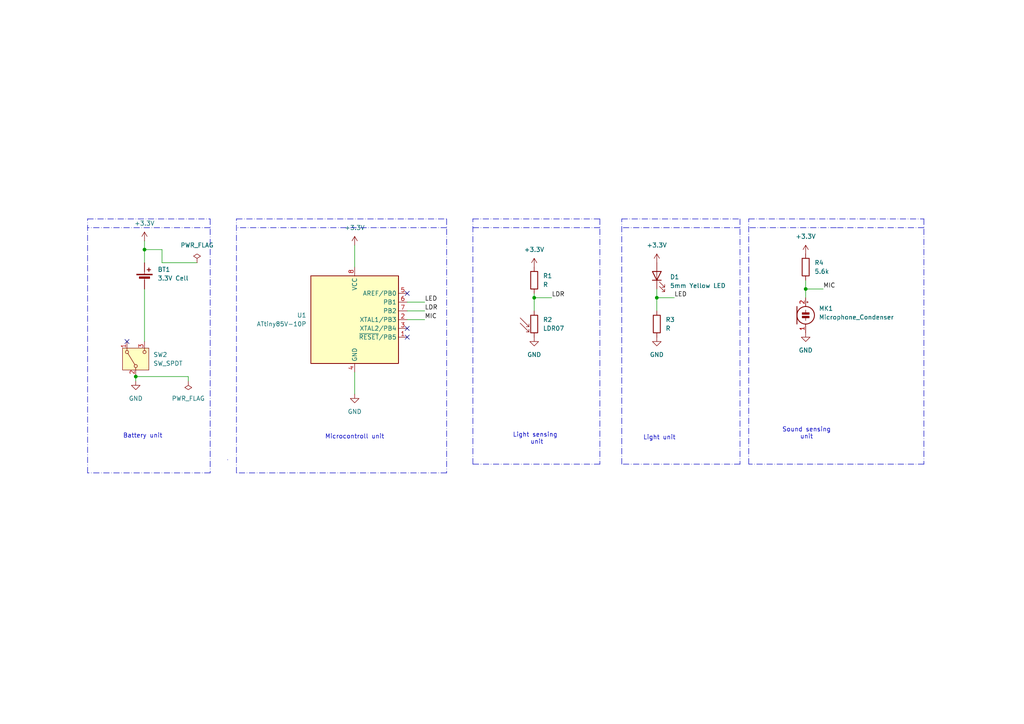
<source format=kicad_sch>
(kicad_sch
	(version 20250114)
	(generator "eeschema")
	(generator_version "9.0")
	(uuid "3faa5a11-b2cb-45a5-a315-869a99d0ca7b")
	(paper "A4")
	(title_block
		(title "DIGITAL DIYA")
	)
	(lib_symbols
		(symbol "Device:Battery_Cell"
			(pin_numbers
				(hide yes)
			)
			(pin_names
				(offset 0)
				(hide yes)
			)
			(exclude_from_sim no)
			(in_bom yes)
			(on_board yes)
			(property "Reference" "BT"
				(at 2.54 2.54 0)
				(effects
					(font
						(size 1.27 1.27)
					)
					(justify left)
				)
			)
			(property "Value" "Battery_Cell"
				(at 2.54 0 0)
				(effects
					(font
						(size 1.27 1.27)
					)
					(justify left)
				)
			)
			(property "Footprint" ""
				(at 0 1.524 90)
				(effects
					(font
						(size 1.27 1.27)
					)
					(hide yes)
				)
			)
			(property "Datasheet" "~"
				(at 0 1.524 90)
				(effects
					(font
						(size 1.27 1.27)
					)
					(hide yes)
				)
			)
			(property "Description" "Single-cell battery"
				(at 0 0 0)
				(effects
					(font
						(size 1.27 1.27)
					)
					(hide yes)
				)
			)
			(property "ki_keywords" "battery cell"
				(at 0 0 0)
				(effects
					(font
						(size 1.27 1.27)
					)
					(hide yes)
				)
			)
			(symbol "Battery_Cell_0_1"
				(rectangle
					(start -2.286 1.778)
					(end 2.286 1.524)
					(stroke
						(width 0)
						(type default)
					)
					(fill
						(type outline)
					)
				)
				(rectangle
					(start -1.524 1.016)
					(end 1.524 0.508)
					(stroke
						(width 0)
						(type default)
					)
					(fill
						(type outline)
					)
				)
				(polyline
					(pts
						(xy 0 1.778) (xy 0 2.54)
					)
					(stroke
						(width 0)
						(type default)
					)
					(fill
						(type none)
					)
				)
				(polyline
					(pts
						(xy 0 0.762) (xy 0 0)
					)
					(stroke
						(width 0)
						(type default)
					)
					(fill
						(type none)
					)
				)
				(polyline
					(pts
						(xy 0.762 3.048) (xy 1.778 3.048)
					)
					(stroke
						(width 0.254)
						(type default)
					)
					(fill
						(type none)
					)
				)
				(polyline
					(pts
						(xy 1.27 3.556) (xy 1.27 2.54)
					)
					(stroke
						(width 0.254)
						(type default)
					)
					(fill
						(type none)
					)
				)
			)
			(symbol "Battery_Cell_1_1"
				(pin passive line
					(at 0 5.08 270)
					(length 2.54)
					(name "+"
						(effects
							(font
								(size 1.27 1.27)
							)
						)
					)
					(number "1"
						(effects
							(font
								(size 1.27 1.27)
							)
						)
					)
				)
				(pin passive line
					(at 0 -2.54 90)
					(length 2.54)
					(name "-"
						(effects
							(font
								(size 1.27 1.27)
							)
						)
					)
					(number "2"
						(effects
							(font
								(size 1.27 1.27)
							)
						)
					)
				)
			)
			(embedded_fonts no)
		)
		(symbol "Device:LED"
			(pin_numbers
				(hide yes)
			)
			(pin_names
				(offset 1.016)
				(hide yes)
			)
			(exclude_from_sim no)
			(in_bom yes)
			(on_board yes)
			(property "Reference" "D"
				(at 0 2.54 0)
				(effects
					(font
						(size 1.27 1.27)
					)
				)
			)
			(property "Value" "LED"
				(at 0 -2.54 0)
				(effects
					(font
						(size 1.27 1.27)
					)
				)
			)
			(property "Footprint" ""
				(at 0 0 0)
				(effects
					(font
						(size 1.27 1.27)
					)
					(hide yes)
				)
			)
			(property "Datasheet" "~"
				(at 0 0 0)
				(effects
					(font
						(size 1.27 1.27)
					)
					(hide yes)
				)
			)
			(property "Description" "Light emitting diode"
				(at 0 0 0)
				(effects
					(font
						(size 1.27 1.27)
					)
					(hide yes)
				)
			)
			(property "Sim.Pins" "1=K 2=A"
				(at 0 0 0)
				(effects
					(font
						(size 1.27 1.27)
					)
					(hide yes)
				)
			)
			(property "ki_keywords" "LED diode"
				(at 0 0 0)
				(effects
					(font
						(size 1.27 1.27)
					)
					(hide yes)
				)
			)
			(property "ki_fp_filters" "LED* LED_SMD:* LED_THT:*"
				(at 0 0 0)
				(effects
					(font
						(size 1.27 1.27)
					)
					(hide yes)
				)
			)
			(symbol "LED_0_1"
				(polyline
					(pts
						(xy -3.048 -0.762) (xy -4.572 -2.286) (xy -3.81 -2.286) (xy -4.572 -2.286) (xy -4.572 -1.524)
					)
					(stroke
						(width 0)
						(type default)
					)
					(fill
						(type none)
					)
				)
				(polyline
					(pts
						(xy -1.778 -0.762) (xy -3.302 -2.286) (xy -2.54 -2.286) (xy -3.302 -2.286) (xy -3.302 -1.524)
					)
					(stroke
						(width 0)
						(type default)
					)
					(fill
						(type none)
					)
				)
				(polyline
					(pts
						(xy -1.27 0) (xy 1.27 0)
					)
					(stroke
						(width 0)
						(type default)
					)
					(fill
						(type none)
					)
				)
				(polyline
					(pts
						(xy -1.27 -1.27) (xy -1.27 1.27)
					)
					(stroke
						(width 0.254)
						(type default)
					)
					(fill
						(type none)
					)
				)
				(polyline
					(pts
						(xy 1.27 -1.27) (xy 1.27 1.27) (xy -1.27 0) (xy 1.27 -1.27)
					)
					(stroke
						(width 0.254)
						(type default)
					)
					(fill
						(type none)
					)
				)
			)
			(symbol "LED_1_1"
				(pin passive line
					(at -3.81 0 0)
					(length 2.54)
					(name "K"
						(effects
							(font
								(size 1.27 1.27)
							)
						)
					)
					(number "1"
						(effects
							(font
								(size 1.27 1.27)
							)
						)
					)
				)
				(pin passive line
					(at 3.81 0 180)
					(length 2.54)
					(name "A"
						(effects
							(font
								(size 1.27 1.27)
							)
						)
					)
					(number "2"
						(effects
							(font
								(size 1.27 1.27)
							)
						)
					)
				)
			)
			(embedded_fonts no)
		)
		(symbol "Device:Microphone_Condenser"
			(pin_names
				(offset 0.0254)
				(hide yes)
			)
			(exclude_from_sim no)
			(in_bom yes)
			(on_board yes)
			(property "Reference" "MK"
				(at -3.302 1.27 0)
				(effects
					(font
						(size 1.27 1.27)
					)
					(justify right)
				)
			)
			(property "Value" "Microphone_Condenser"
				(at -3.302 -0.635 0)
				(effects
					(font
						(size 1.27 1.27)
					)
					(justify right)
				)
			)
			(property "Footprint" ""
				(at 0 2.54 90)
				(effects
					(font
						(size 1.27 1.27)
					)
					(hide yes)
				)
			)
			(property "Datasheet" "~"
				(at 0 2.54 90)
				(effects
					(font
						(size 1.27 1.27)
					)
					(hide yes)
				)
			)
			(property "Description" "Condenser microphone"
				(at 0 0 0)
				(effects
					(font
						(size 1.27 1.27)
					)
					(hide yes)
				)
			)
			(property "ki_keywords" "capacitance condenser microphone"
				(at 0 0 0)
				(effects
					(font
						(size 1.27 1.27)
					)
					(hide yes)
				)
			)
			(symbol "Microphone_Condenser_0_1"
				(polyline
					(pts
						(xy -2.54 2.54) (xy -2.54 -2.54)
					)
					(stroke
						(width 0.254)
						(type default)
					)
					(fill
						(type none)
					)
				)
				(polyline
					(pts
						(xy 0 0.762) (xy 0 1.524)
					)
					(stroke
						(width 0)
						(type default)
					)
					(fill
						(type none)
					)
				)
				(circle
					(center 0 0)
					(radius 2.54)
					(stroke
						(width 0.254)
						(type default)
					)
					(fill
						(type none)
					)
				)
				(polyline
					(pts
						(xy 0 -0.762) (xy 0 -1.524)
					)
					(stroke
						(width 0)
						(type default)
					)
					(fill
						(type none)
					)
				)
				(polyline
					(pts
						(xy 0.254 3.81) (xy 0.762 3.81)
					)
					(stroke
						(width 0)
						(type default)
					)
					(fill
						(type none)
					)
				)
				(polyline
					(pts
						(xy 0.508 4.064) (xy 0.508 3.556)
					)
					(stroke
						(width 0)
						(type default)
					)
					(fill
						(type none)
					)
				)
				(rectangle
					(start 1.016 0.762)
					(end -1.016 0.254)
					(stroke
						(width 0)
						(type default)
					)
					(fill
						(type outline)
					)
				)
				(rectangle
					(start 1.016 -0.254)
					(end -1.016 -0.762)
					(stroke
						(width 0)
						(type default)
					)
					(fill
						(type outline)
					)
				)
			)
			(symbol "Microphone_Condenser_1_1"
				(pin passive line
					(at 0 5.08 270)
					(length 2.54)
					(name "+"
						(effects
							(font
								(size 1.27 1.27)
							)
						)
					)
					(number "2"
						(effects
							(font
								(size 1.27 1.27)
							)
						)
					)
				)
				(pin passive line
					(at 0 -5.08 90)
					(length 2.54)
					(name "-"
						(effects
							(font
								(size 1.27 1.27)
							)
						)
					)
					(number "1"
						(effects
							(font
								(size 1.27 1.27)
							)
						)
					)
				)
			)
			(embedded_fonts no)
		)
		(symbol "Device:R"
			(pin_numbers
				(hide yes)
			)
			(pin_names
				(offset 0)
			)
			(exclude_from_sim no)
			(in_bom yes)
			(on_board yes)
			(property "Reference" "R"
				(at 2.032 0 90)
				(effects
					(font
						(size 1.27 1.27)
					)
				)
			)
			(property "Value" "R"
				(at 0 0 90)
				(effects
					(font
						(size 1.27 1.27)
					)
				)
			)
			(property "Footprint" ""
				(at -1.778 0 90)
				(effects
					(font
						(size 1.27 1.27)
					)
					(hide yes)
				)
			)
			(property "Datasheet" "~"
				(at 0 0 0)
				(effects
					(font
						(size 1.27 1.27)
					)
					(hide yes)
				)
			)
			(property "Description" "Resistor"
				(at 0 0 0)
				(effects
					(font
						(size 1.27 1.27)
					)
					(hide yes)
				)
			)
			(property "ki_keywords" "R res resistor"
				(at 0 0 0)
				(effects
					(font
						(size 1.27 1.27)
					)
					(hide yes)
				)
			)
			(property "ki_fp_filters" "R_*"
				(at 0 0 0)
				(effects
					(font
						(size 1.27 1.27)
					)
					(hide yes)
				)
			)
			(symbol "R_0_1"
				(rectangle
					(start -1.016 -2.54)
					(end 1.016 2.54)
					(stroke
						(width 0.254)
						(type default)
					)
					(fill
						(type none)
					)
				)
			)
			(symbol "R_1_1"
				(pin passive line
					(at 0 3.81 270)
					(length 1.27)
					(name "~"
						(effects
							(font
								(size 1.27 1.27)
							)
						)
					)
					(number "1"
						(effects
							(font
								(size 1.27 1.27)
							)
						)
					)
				)
				(pin passive line
					(at 0 -3.81 90)
					(length 1.27)
					(name "~"
						(effects
							(font
								(size 1.27 1.27)
							)
						)
					)
					(number "2"
						(effects
							(font
								(size 1.27 1.27)
							)
						)
					)
				)
			)
			(embedded_fonts no)
		)
		(symbol "MCU_Microchip_ATtiny:ATtiny85V-10P"
			(exclude_from_sim no)
			(in_bom yes)
			(on_board yes)
			(property "Reference" "U"
				(at -12.7 13.97 0)
				(effects
					(font
						(size 1.27 1.27)
					)
					(justify left bottom)
				)
			)
			(property "Value" "ATtiny85V-10P"
				(at 2.54 -13.97 0)
				(effects
					(font
						(size 1.27 1.27)
					)
					(justify left top)
				)
			)
			(property "Footprint" "Package_DIP:DIP-8_W7.62mm"
				(at 0 0 0)
				(effects
					(font
						(size 1.27 1.27)
						(italic yes)
					)
					(hide yes)
				)
			)
			(property "Datasheet" "http://ww1.microchip.com/downloads/en/DeviceDoc/atmel-2586-avr-8-bit-microcontroller-attiny25-attiny45-attiny85_datasheet.pdf"
				(at 0 0 0)
				(effects
					(font
						(size 1.27 1.27)
					)
					(hide yes)
				)
			)
			(property "Description" "10MHz, 8kB Flash, 512B SRAM, 512B EEPROM, debugWIRE, DIP-8"
				(at 0 0 0)
				(effects
					(font
						(size 1.27 1.27)
					)
					(hide yes)
				)
			)
			(property "ki_keywords" "AVR 8bit Microcontroller tinyAVR"
				(at 0 0 0)
				(effects
					(font
						(size 1.27 1.27)
					)
					(hide yes)
				)
			)
			(property "ki_fp_filters" "DIP*W7.62mm*"
				(at 0 0 0)
				(effects
					(font
						(size 1.27 1.27)
					)
					(hide yes)
				)
			)
			(symbol "ATtiny85V-10P_0_1"
				(rectangle
					(start -12.7 -12.7)
					(end 12.7 12.7)
					(stroke
						(width 0.254)
						(type default)
					)
					(fill
						(type background)
					)
				)
			)
			(symbol "ATtiny85V-10P_1_1"
				(pin power_in line
					(at 0 15.24 270)
					(length 2.54)
					(name "VCC"
						(effects
							(font
								(size 1.27 1.27)
							)
						)
					)
					(number "8"
						(effects
							(font
								(size 1.27 1.27)
							)
						)
					)
				)
				(pin power_in line
					(at 0 -15.24 90)
					(length 2.54)
					(name "GND"
						(effects
							(font
								(size 1.27 1.27)
							)
						)
					)
					(number "4"
						(effects
							(font
								(size 1.27 1.27)
							)
						)
					)
				)
				(pin bidirectional line
					(at 15.24 7.62 180)
					(length 2.54)
					(name "AREF/PB0"
						(effects
							(font
								(size 1.27 1.27)
							)
						)
					)
					(number "5"
						(effects
							(font
								(size 1.27 1.27)
							)
						)
					)
				)
				(pin bidirectional line
					(at 15.24 5.08 180)
					(length 2.54)
					(name "PB1"
						(effects
							(font
								(size 1.27 1.27)
							)
						)
					)
					(number "6"
						(effects
							(font
								(size 1.27 1.27)
							)
						)
					)
				)
				(pin bidirectional line
					(at 15.24 2.54 180)
					(length 2.54)
					(name "PB2"
						(effects
							(font
								(size 1.27 1.27)
							)
						)
					)
					(number "7"
						(effects
							(font
								(size 1.27 1.27)
							)
						)
					)
				)
				(pin bidirectional line
					(at 15.24 0 180)
					(length 2.54)
					(name "XTAL1/PB3"
						(effects
							(font
								(size 1.27 1.27)
							)
						)
					)
					(number "2"
						(effects
							(font
								(size 1.27 1.27)
							)
						)
					)
				)
				(pin bidirectional line
					(at 15.24 -2.54 180)
					(length 2.54)
					(name "XTAL2/PB4"
						(effects
							(font
								(size 1.27 1.27)
							)
						)
					)
					(number "3"
						(effects
							(font
								(size 1.27 1.27)
							)
						)
					)
				)
				(pin bidirectional line
					(at 15.24 -5.08 180)
					(length 2.54)
					(name "~{RESET}/PB5"
						(effects
							(font
								(size 1.27 1.27)
							)
						)
					)
					(number "1"
						(effects
							(font
								(size 1.27 1.27)
							)
						)
					)
				)
			)
			(embedded_fonts no)
		)
		(symbol "Sensor_Optical:LDR07"
			(pin_numbers
				(hide yes)
			)
			(pin_names
				(offset 0)
			)
			(exclude_from_sim no)
			(in_bom yes)
			(on_board yes)
			(property "Reference" "R"
				(at -5.08 0 90)
				(effects
					(font
						(size 1.27 1.27)
					)
				)
			)
			(property "Value" "LDR07"
				(at 1.905 0 90)
				(effects
					(font
						(size 1.27 1.27)
					)
					(justify top)
				)
			)
			(property "Footprint" "OptoDevice:R_LDR_5.1x4.3mm_P3.4mm_Vertical"
				(at 4.445 0 90)
				(effects
					(font
						(size 1.27 1.27)
					)
					(hide yes)
				)
			)
			(property "Datasheet" "http://www.tme.eu/de/Document/f2e3ad76a925811312d226c31da4cd7e/LDR07.pdf"
				(at 0 -1.27 0)
				(effects
					(font
						(size 1.27 1.27)
					)
					(hide yes)
				)
			)
			(property "Description" "light dependent resistor"
				(at 0 0 0)
				(effects
					(font
						(size 1.27 1.27)
					)
					(hide yes)
				)
			)
			(property "ki_keywords" "light dependent photo resistor LDR"
				(at 0 0 0)
				(effects
					(font
						(size 1.27 1.27)
					)
					(hide yes)
				)
			)
			(property "ki_fp_filters" "R*LDR*5.1x4.3mm*P3.4mm*"
				(at 0 0 0)
				(effects
					(font
						(size 1.27 1.27)
					)
					(hide yes)
				)
			)
			(symbol "LDR07_0_1"
				(polyline
					(pts
						(xy -1.524 -0.762) (xy -4.064 1.778)
					)
					(stroke
						(width 0)
						(type default)
					)
					(fill
						(type none)
					)
				)
				(polyline
					(pts
						(xy -1.524 -0.762) (xy -2.286 -0.762)
					)
					(stroke
						(width 0)
						(type default)
					)
					(fill
						(type none)
					)
				)
				(polyline
					(pts
						(xy -1.524 -0.762) (xy -1.524 0)
					)
					(stroke
						(width 0)
						(type default)
					)
					(fill
						(type none)
					)
				)
				(polyline
					(pts
						(xy -1.524 -2.286) (xy -4.064 0.254)
					)
					(stroke
						(width 0)
						(type default)
					)
					(fill
						(type none)
					)
				)
				(polyline
					(pts
						(xy -1.524 -2.286) (xy -2.286 -2.286)
					)
					(stroke
						(width 0)
						(type default)
					)
					(fill
						(type none)
					)
				)
				(polyline
					(pts
						(xy -1.524 -2.286) (xy -1.524 -1.524)
					)
					(stroke
						(width 0)
						(type default)
					)
					(fill
						(type none)
					)
				)
				(rectangle
					(start -1.016 2.54)
					(end 1.016 -2.54)
					(stroke
						(width 0.254)
						(type default)
					)
					(fill
						(type none)
					)
				)
			)
			(symbol "LDR07_1_1"
				(pin passive line
					(at 0 3.81 270)
					(length 1.27)
					(name "~"
						(effects
							(font
								(size 1.27 1.27)
							)
						)
					)
					(number "1"
						(effects
							(font
								(size 1.27 1.27)
							)
						)
					)
				)
				(pin passive line
					(at 0 -3.81 90)
					(length 1.27)
					(name "~"
						(effects
							(font
								(size 1.27 1.27)
							)
						)
					)
					(number "2"
						(effects
							(font
								(size 1.27 1.27)
							)
						)
					)
				)
			)
			(embedded_fonts no)
		)
		(symbol "Switch:SW_SPDT"
			(pin_names
				(offset 0)
				(hide yes)
			)
			(exclude_from_sim no)
			(in_bom yes)
			(on_board yes)
			(property "Reference" "SW"
				(at 0 5.08 0)
				(effects
					(font
						(size 1.27 1.27)
					)
				)
			)
			(property "Value" "SW_SPDT"
				(at 0 -5.08 0)
				(effects
					(font
						(size 1.27 1.27)
					)
				)
			)
			(property "Footprint" ""
				(at 0 0 0)
				(effects
					(font
						(size 1.27 1.27)
					)
					(hide yes)
				)
			)
			(property "Datasheet" "~"
				(at 0 -7.62 0)
				(effects
					(font
						(size 1.27 1.27)
					)
					(hide yes)
				)
			)
			(property "Description" "Switch, single pole double throw"
				(at 0 0 0)
				(effects
					(font
						(size 1.27 1.27)
					)
					(hide yes)
				)
			)
			(property "ki_keywords" "switch single-pole double-throw spdt ON-ON"
				(at 0 0 0)
				(effects
					(font
						(size 1.27 1.27)
					)
					(hide yes)
				)
			)
			(symbol "SW_SPDT_0_1"
				(circle
					(center -2.032 0)
					(radius 0.4572)
					(stroke
						(width 0)
						(type default)
					)
					(fill
						(type none)
					)
				)
				(polyline
					(pts
						(xy -1.651 0.254) (xy 1.651 2.286)
					)
					(stroke
						(width 0)
						(type default)
					)
					(fill
						(type none)
					)
				)
				(circle
					(center 2.032 2.54)
					(radius 0.4572)
					(stroke
						(width 0)
						(type default)
					)
					(fill
						(type none)
					)
				)
				(circle
					(center 2.032 -2.54)
					(radius 0.4572)
					(stroke
						(width 0)
						(type default)
					)
					(fill
						(type none)
					)
				)
			)
			(symbol "SW_SPDT_1_1"
				(rectangle
					(start -3.175 3.81)
					(end 3.175 -3.81)
					(stroke
						(width 0)
						(type default)
					)
					(fill
						(type background)
					)
				)
				(pin passive line
					(at -5.08 0 0)
					(length 2.54)
					(name "B"
						(effects
							(font
								(size 1.27 1.27)
							)
						)
					)
					(number "2"
						(effects
							(font
								(size 1.27 1.27)
							)
						)
					)
				)
				(pin passive line
					(at 5.08 2.54 180)
					(length 2.54)
					(name "A"
						(effects
							(font
								(size 1.27 1.27)
							)
						)
					)
					(number "1"
						(effects
							(font
								(size 1.27 1.27)
							)
						)
					)
				)
				(pin passive line
					(at 5.08 -2.54 180)
					(length 2.54)
					(name "C"
						(effects
							(font
								(size 1.27 1.27)
							)
						)
					)
					(number "3"
						(effects
							(font
								(size 1.27 1.27)
							)
						)
					)
				)
			)
			(embedded_fonts no)
		)
		(symbol "power:+3.3V"
			(power)
			(pin_numbers
				(hide yes)
			)
			(pin_names
				(offset 0)
				(hide yes)
			)
			(exclude_from_sim no)
			(in_bom yes)
			(on_board yes)
			(property "Reference" "#PWR"
				(at 0 -3.81 0)
				(effects
					(font
						(size 1.27 1.27)
					)
					(hide yes)
				)
			)
			(property "Value" "+3.3V"
				(at 0 3.556 0)
				(effects
					(font
						(size 1.27 1.27)
					)
				)
			)
			(property "Footprint" ""
				(at 0 0 0)
				(effects
					(font
						(size 1.27 1.27)
					)
					(hide yes)
				)
			)
			(property "Datasheet" ""
				(at 0 0 0)
				(effects
					(font
						(size 1.27 1.27)
					)
					(hide yes)
				)
			)
			(property "Description" "Power symbol creates a global label with name \"+3.3V\""
				(at 0 0 0)
				(effects
					(font
						(size 1.27 1.27)
					)
					(hide yes)
				)
			)
			(property "ki_keywords" "global power"
				(at 0 0 0)
				(effects
					(font
						(size 1.27 1.27)
					)
					(hide yes)
				)
			)
			(symbol "+3.3V_0_1"
				(polyline
					(pts
						(xy -0.762 1.27) (xy 0 2.54)
					)
					(stroke
						(width 0)
						(type default)
					)
					(fill
						(type none)
					)
				)
				(polyline
					(pts
						(xy 0 2.54) (xy 0.762 1.27)
					)
					(stroke
						(width 0)
						(type default)
					)
					(fill
						(type none)
					)
				)
				(polyline
					(pts
						(xy 0 0) (xy 0 2.54)
					)
					(stroke
						(width 0)
						(type default)
					)
					(fill
						(type none)
					)
				)
			)
			(symbol "+3.3V_1_1"
				(pin power_in line
					(at 0 0 90)
					(length 0)
					(name "~"
						(effects
							(font
								(size 1.27 1.27)
							)
						)
					)
					(number "1"
						(effects
							(font
								(size 1.27 1.27)
							)
						)
					)
				)
			)
			(embedded_fonts no)
		)
		(symbol "power:GND"
			(power)
			(pin_numbers
				(hide yes)
			)
			(pin_names
				(offset 0)
				(hide yes)
			)
			(exclude_from_sim no)
			(in_bom yes)
			(on_board yes)
			(property "Reference" "#PWR"
				(at 0 -6.35 0)
				(effects
					(font
						(size 1.27 1.27)
					)
					(hide yes)
				)
			)
			(property "Value" "GND"
				(at 0 -3.81 0)
				(effects
					(font
						(size 1.27 1.27)
					)
				)
			)
			(property "Footprint" ""
				(at 0 0 0)
				(effects
					(font
						(size 1.27 1.27)
					)
					(hide yes)
				)
			)
			(property "Datasheet" ""
				(at 0 0 0)
				(effects
					(font
						(size 1.27 1.27)
					)
					(hide yes)
				)
			)
			(property "Description" "Power symbol creates a global label with name \"GND\" , ground"
				(at 0 0 0)
				(effects
					(font
						(size 1.27 1.27)
					)
					(hide yes)
				)
			)
			(property "ki_keywords" "global power"
				(at 0 0 0)
				(effects
					(font
						(size 1.27 1.27)
					)
					(hide yes)
				)
			)
			(symbol "GND_0_1"
				(polyline
					(pts
						(xy 0 0) (xy 0 -1.27) (xy 1.27 -1.27) (xy 0 -2.54) (xy -1.27 -1.27) (xy 0 -1.27)
					)
					(stroke
						(width 0)
						(type default)
					)
					(fill
						(type none)
					)
				)
			)
			(symbol "GND_1_1"
				(pin power_in line
					(at 0 0 270)
					(length 0)
					(name "~"
						(effects
							(font
								(size 1.27 1.27)
							)
						)
					)
					(number "1"
						(effects
							(font
								(size 1.27 1.27)
							)
						)
					)
				)
			)
			(embedded_fonts no)
		)
		(symbol "power:PWR_FLAG"
			(power)
			(pin_numbers
				(hide yes)
			)
			(pin_names
				(offset 0)
				(hide yes)
			)
			(exclude_from_sim no)
			(in_bom yes)
			(on_board yes)
			(property "Reference" "#FLG"
				(at 0 1.905 0)
				(effects
					(font
						(size 1.27 1.27)
					)
					(hide yes)
				)
			)
			(property "Value" "PWR_FLAG"
				(at 0 3.81 0)
				(effects
					(font
						(size 1.27 1.27)
					)
				)
			)
			(property "Footprint" ""
				(at 0 0 0)
				(effects
					(font
						(size 1.27 1.27)
					)
					(hide yes)
				)
			)
			(property "Datasheet" "~"
				(at 0 0 0)
				(effects
					(font
						(size 1.27 1.27)
					)
					(hide yes)
				)
			)
			(property "Description" "Special symbol for telling ERC where power comes from"
				(at 0 0 0)
				(effects
					(font
						(size 1.27 1.27)
					)
					(hide yes)
				)
			)
			(property "ki_keywords" "flag power"
				(at 0 0 0)
				(effects
					(font
						(size 1.27 1.27)
					)
					(hide yes)
				)
			)
			(symbol "PWR_FLAG_0_0"
				(pin power_out line
					(at 0 0 90)
					(length 0)
					(name "~"
						(effects
							(font
								(size 1.27 1.27)
							)
						)
					)
					(number "1"
						(effects
							(font
								(size 1.27 1.27)
							)
						)
					)
				)
			)
			(symbol "PWR_FLAG_0_1"
				(polyline
					(pts
						(xy 0 0) (xy 0 1.27) (xy -1.016 1.905) (xy 0 2.54) (xy 1.016 1.905) (xy 0 1.27)
					)
					(stroke
						(width 0)
						(type default)
					)
					(fill
						(type none)
					)
				)
			)
			(embedded_fonts no)
		)
	)
	(text "Battery unit\n"
		(exclude_from_sim no)
		(at 41.402 126.492 0)
		(effects
			(font
				(size 1.27 1.27)
			)
		)
		(uuid "42ab0329-9938-40b8-b28b-90223eb9b640")
	)
	(text "Sound sensing\nunit"
		(exclude_from_sim no)
		(at 233.934 125.73 0)
		(effects
			(font
				(size 1.27 1.27)
			)
		)
		(uuid "584d6775-e197-4398-8ec0-df33a3d2b003")
	)
	(text "Light unit\n"
		(exclude_from_sim no)
		(at 191.262 127 0)
		(effects
			(font
				(size 1.27 1.27)
			)
		)
		(uuid "7f8fc036-3ef8-4417-a0fa-981b59f6bbef")
	)
	(text "Microcontroll unit\n"
		(exclude_from_sim no)
		(at 102.87 126.746 0)
		(effects
			(font
				(size 1.27 1.27)
			)
		)
		(uuid "ecf313da-ca4e-4096-b1cd-2a25da3f8fe0")
	)
	(text "Light sensing \nunit\n"
		(exclude_from_sim no)
		(at 155.702 127.254 0)
		(effects
			(font
				(size 1.27 1.27)
			)
		)
		(uuid "fb1cb1ee-153f-4d60-936e-f24713aa4b41")
	)
	(junction
		(at 154.94 86.36)
		(diameter 0)
		(color 0 0 0 0)
		(uuid "00272c57-9577-4f02-8f85-bb264788aefe")
	)
	(junction
		(at 233.68 83.82)
		(diameter 0)
		(color 0 0 0 0)
		(uuid "619daeb3-4330-4076-8877-abcf436435dd")
	)
	(junction
		(at 41.91 72.39)
		(diameter 0)
		(color 0 0 0 0)
		(uuid "ca1d4b74-2ba5-4afe-b1e6-b6884c69e584")
	)
	(junction
		(at 190.5 86.36)
		(diameter 0)
		(color 0 0 0 0)
		(uuid "cc5eb755-9f7e-43a1-af0c-0e8adc1fb3ec")
	)
	(junction
		(at 39.37 109.22)
		(diameter 0)
		(color 0 0 0 0)
		(uuid "fa0720ac-78a6-4326-8a23-c1c737a82d6b")
	)
	(no_connect
		(at 118.11 95.25)
		(uuid "07de96d9-595f-4bf0-86ae-d08f9133abe3")
	)
	(no_connect
		(at 118.11 97.79)
		(uuid "1d711b79-0963-4807-9a00-910889c1bdf6")
	)
	(no_connect
		(at 118.11 85.09)
		(uuid "260626cb-7d15-4971-b924-7c60c84c69d0")
	)
	(no_connect
		(at 36.83 99.06)
		(uuid "632ec5e2-5803-47e1-a24e-d394f79179af")
	)
	(wire
		(pts
			(xy 190.5 86.36) (xy 190.5 90.17)
		)
		(stroke
			(width 0)
			(type default)
		)
		(uuid "06bfaae5-7b40-4c5b-86c3-78308d17e2d0")
	)
	(wire
		(pts
			(xy 41.91 72.39) (xy 41.91 76.2)
		)
		(stroke
			(width 0)
			(type default)
		)
		(uuid "07a2760a-7aa4-474e-b266-40524b070b11")
	)
	(wire
		(pts
			(xy 41.91 83.82) (xy 41.91 99.06)
		)
		(stroke
			(width 0)
			(type default)
		)
		(uuid "0b2dc666-d777-44a7-b5fc-2bfcf17230bc")
	)
	(wire
		(pts
			(xy 190.5 86.36) (xy 195.58 86.36)
		)
		(stroke
			(width 0)
			(type default)
		)
		(uuid "18a13359-ce13-4f54-a48d-5a217fe14a00")
	)
	(wire
		(pts
			(xy 102.87 107.95) (xy 102.87 114.3)
		)
		(stroke
			(width 0)
			(type default)
		)
		(uuid "2270a3c5-340a-4233-a5d1-882f0e4a9ffe")
	)
	(wire
		(pts
			(xy 46.99 76.2) (xy 46.99 72.39)
		)
		(stroke
			(width 0)
			(type default)
		)
		(uuid "35dd84f6-bfbe-4905-bf22-75ab6be533ce")
	)
	(wire
		(pts
			(xy 118.11 92.71) (xy 123.19 92.71)
		)
		(stroke
			(width 0)
			(type default)
		)
		(uuid "41b53ece-1b8c-4356-a518-c260ce3e98fd")
	)
	(wire
		(pts
			(xy 118.11 90.17) (xy 123.19 90.17)
		)
		(stroke
			(width 0)
			(type default)
		)
		(uuid "47295f11-56c4-4975-9e21-70d135a79ed9")
	)
	(wire
		(pts
			(xy 54.61 109.22) (xy 54.61 110.49)
		)
		(stroke
			(width 0)
			(type default)
		)
		(uuid "4acfd17a-0310-4c35-a031-08ce33be19f1")
	)
	(wire
		(pts
			(xy 39.37 109.22) (xy 54.61 109.22)
		)
		(stroke
			(width 0)
			(type default)
		)
		(uuid "65153aca-3ba3-4a66-a21d-16ee6fdeb74b")
	)
	(wire
		(pts
			(xy 102.87 71.12) (xy 102.87 77.47)
		)
		(stroke
			(width 0)
			(type default)
		)
		(uuid "65e29df4-b5e4-4e98-aa77-92b15bc4b476")
	)
	(wire
		(pts
			(xy 39.37 110.49) (xy 39.37 109.22)
		)
		(stroke
			(width 0)
			(type default)
		)
		(uuid "6753d45d-d825-467e-a4ad-ff92faea1e22")
	)
	(wire
		(pts
			(xy 233.68 83.82) (xy 238.76 83.82)
		)
		(stroke
			(width 0)
			(type default)
		)
		(uuid "67a25457-6e85-48a8-a216-1d005825066b")
	)
	(wire
		(pts
			(xy 118.11 87.63) (xy 123.19 87.63)
		)
		(stroke
			(width 0)
			(type default)
		)
		(uuid "6d4dd7b9-cf16-4891-9c1e-c42b4328fc91")
	)
	(wire
		(pts
			(xy 154.94 86.36) (xy 154.94 90.17)
		)
		(stroke
			(width 0)
			(type default)
		)
		(uuid "7288a1ff-34c4-4943-9c12-a7e535cdea09")
	)
	(wire
		(pts
			(xy 233.68 83.82) (xy 233.68 86.36)
		)
		(stroke
			(width 0)
			(type default)
		)
		(uuid "784a9c49-28a2-48e3-8ccf-c27622acc45e")
	)
	(wire
		(pts
			(xy 57.15 76.2) (xy 46.99 76.2)
		)
		(stroke
			(width 0)
			(type default)
		)
		(uuid "a39668a1-047a-4d32-a964-9dbf23ed86fe")
	)
	(wire
		(pts
			(xy 190.5 83.82) (xy 190.5 86.36)
		)
		(stroke
			(width 0)
			(type default)
		)
		(uuid "ada01913-885d-4ab0-8f4a-a98a0a484cd4")
	)
	(wire
		(pts
			(xy 46.99 72.39) (xy 41.91 72.39)
		)
		(stroke
			(width 0)
			(type default)
		)
		(uuid "b32af11f-40e8-4e3f-8c62-4f08e392f8f6")
	)
	(wire
		(pts
			(xy 154.94 85.09) (xy 154.94 86.36)
		)
		(stroke
			(width 0)
			(type default)
		)
		(uuid "c28ea04e-7892-42be-872b-aa4450029e4a")
	)
	(wire
		(pts
			(xy 41.91 69.85) (xy 41.91 72.39)
		)
		(stroke
			(width 0)
			(type default)
		)
		(uuid "e2a3cb5e-5ff7-4753-822d-5e935d96ba2c")
	)
	(wire
		(pts
			(xy 154.94 86.36) (xy 160.02 86.36)
		)
		(stroke
			(width 0)
			(type default)
		)
		(uuid "ee1795b0-e596-4aa0-a7e4-40ef4813f104")
	)
	(wire
		(pts
			(xy 233.68 81.28) (xy 233.68 83.82)
		)
		(stroke
			(width 0)
			(type default)
		)
		(uuid "ff30b1f5-4030-4588-947f-1a1ef145fa96")
	)
	(table
		(column_count 2)
		(border
			(external yes)
			(header yes)
			(stroke
				(width 0)
				(type dash_dot)
			)
		)
		(separators
			(rows no)
			(cols no)
		)
		(column_widths 25.4 25.4)
		(row_heights 2.54 2.54 2.54 2.54 2.54 2.54 2.54 2.54 2.54 2.54 2.54 2.54
			2.54 2.54 2.54 2.54 2.54 2.54 2.54 2.54 2.54 2.54 2.54 2.54 2.54 2.54
			2.54 2.54
		)
		(cells
			(table_cell ""
				(exclude_from_sim no)
				(at 217.17 63.5 0)
				(size 25.4 2.54)
				(margins 0.9525 0.9525 0.9525 0.9525)
				(span 1 1)
				(fill
					(type none)
				)
				(effects
					(font
						(size 1.27 1.27)
					)
					(justify left top)
				)
				(uuid "513f4859-0bf3-4e39-bcf4-d5c232ffd657")
			)
			(table_cell ""
				(exclude_from_sim no)
				(at 242.57 63.5 0)
				(size 25.4 2.54)
				(margins 0.9525 0.9525 0.9525 0.9525)
				(span 1 1)
				(fill
					(type none)
				)
				(effects
					(font
						(size 1.27 1.27)
					)
					(justify left top)
				)
				(uuid "f2eca06d-7ed1-48b2-81eb-13114fd72458")
			)
			(table_cell ""
				(exclude_from_sim no)
				(at 217.17 66.04 0)
				(size 25.4 2.54)
				(margins 0.9525 0.9525 0.9525 0.9525)
				(span 1 1)
				(fill
					(type none)
				)
				(effects
					(font
						(size 1.27 1.27)
					)
					(justify left top)
				)
				(uuid "ef1c53bd-660e-4979-a3da-e7b90ae6f581")
			)
			(table_cell ""
				(exclude_from_sim no)
				(at 242.57 66.04 0)
				(size 25.4 2.54)
				(margins 0.9525 0.9525 0.9525 0.9525)
				(span 1 1)
				(fill
					(type none)
				)
				(effects
					(font
						(size 1.27 1.27)
					)
					(justify left top)
				)
				(uuid "cba4223e-bb55-4940-b298-1b02e54267bd")
			)
			(table_cell ""
				(exclude_from_sim no)
				(at 217.17 68.58 0)
				(size 25.4 2.54)
				(margins 0.9525 0.9525 0.9525 0.9525)
				(span 1 1)
				(fill
					(type none)
				)
				(effects
					(font
						(size 1.27 1.27)
					)
					(justify left top)
				)
				(uuid "522eb5bc-c01b-4d4d-8430-0a10ea5e1e45")
			)
			(table_cell ""
				(exclude_from_sim no)
				(at 242.57 68.58 0)
				(size 25.4 2.54)
				(margins 0.9525 0.9525 0.9525 0.9525)
				(span 1 1)
				(fill
					(type none)
				)
				(effects
					(font
						(size 1.27 1.27)
					)
					(justify left top)
				)
				(uuid "b4af2deb-9f86-4a32-92eb-5b06f64360dc")
			)
			(table_cell ""
				(exclude_from_sim no)
				(at 217.17 71.12 0)
				(size 25.4 2.54)
				(margins 0.9525 0.9525 0.9525 0.9525)
				(span 1 1)
				(fill
					(type none)
				)
				(effects
					(font
						(size 1.27 1.27)
					)
					(justify left top)
				)
				(uuid "d043bbc8-5ecd-4d88-afb3-1bae7ea072b3")
			)
			(table_cell ""
				(exclude_from_sim no)
				(at 242.57 71.12 0)
				(size 25.4 2.54)
				(margins 0.9525 0.9525 0.9525 0.9525)
				(span 1 1)
				(fill
					(type none)
				)
				(effects
					(font
						(size 1.27 1.27)
					)
					(justify left top)
				)
				(uuid "adde4516-4820-40db-a225-02561148556b")
			)
			(table_cell ""
				(exclude_from_sim no)
				(at 217.17 73.66 0)
				(size 25.4 2.54)
				(margins 0.9525 0.9525 0.9525 0.9525)
				(span 1 1)
				(fill
					(type none)
				)
				(effects
					(font
						(size 1.27 1.27)
					)
					(justify left top)
				)
				(uuid "5c97ab90-9aaf-4da5-bf45-a9f37b1ee242")
			)
			(table_cell ""
				(exclude_from_sim no)
				(at 242.57 73.66 0)
				(size 25.4 2.54)
				(margins 0.9525 0.9525 0.9525 0.9525)
				(span 1 1)
				(fill
					(type none)
				)
				(effects
					(font
						(size 1.27 1.27)
					)
					(justify left top)
				)
				(uuid "d519b871-7e13-4bd7-82c9-e5f51c2b82c2")
			)
			(table_cell ""
				(exclude_from_sim no)
				(at 217.17 76.2 0)
				(size 25.4 2.54)
				(margins 0.9525 0.9525 0.9525 0.9525)
				(span 1 1)
				(fill
					(type none)
				)
				(effects
					(font
						(size 1.27 1.27)
					)
					(justify left top)
				)
				(uuid "25309457-3dcc-46a1-ae7f-264b96d48619")
			)
			(table_cell ""
				(exclude_from_sim no)
				(at 242.57 76.2 0)
				(size 25.4 2.54)
				(margins 0.9525 0.9525 0.9525 0.9525)
				(span 1 1)
				(fill
					(type none)
				)
				(effects
					(font
						(size 1.27 1.27)
					)
					(justify left top)
				)
				(uuid "2c7adfa8-57e3-4f8f-b993-6d8924f4176a")
			)
			(table_cell ""
				(exclude_from_sim no)
				(at 217.17 78.74 0)
				(size 25.4 2.54)
				(margins 0.9525 0.9525 0.9525 0.9525)
				(span 1 1)
				(fill
					(type none)
				)
				(effects
					(font
						(size 1.27 1.27)
					)
					(justify left top)
				)
				(uuid "904464e6-f819-437f-bd3b-fb05c6436896")
			)
			(table_cell ""
				(exclude_from_sim no)
				(at 242.57 78.74 0)
				(size 25.4 2.54)
				(margins 0.9525 0.9525 0.9525 0.9525)
				(span 1 1)
				(fill
					(type none)
				)
				(effects
					(font
						(size 1.27 1.27)
					)
					(justify left top)
				)
				(uuid "1c4ac0a1-7746-478d-bbea-92d8c6373469")
			)
			(table_cell ""
				(exclude_from_sim no)
				(at 217.17 81.28 0)
				(size 25.4 2.54)
				(margins 0.9525 0.9525 0.9525 0.9525)
				(span 1 1)
				(fill
					(type none)
				)
				(effects
					(font
						(size 1.27 1.27)
					)
					(justify left top)
				)
				(uuid "04942c77-618b-4c62-ba6c-0b931dbf4e13")
			)
			(table_cell ""
				(exclude_from_sim no)
				(at 242.57 81.28 0)
				(size 25.4 2.54)
				(margins 0.9525 0.9525 0.9525 0.9525)
				(span 1 1)
				(fill
					(type none)
				)
				(effects
					(font
						(size 1.27 1.27)
					)
					(justify left top)
				)
				(uuid "2d792005-7dc8-4020-9544-fa3be8018d70")
			)
			(table_cell ""
				(exclude_from_sim no)
				(at 217.17 83.82 0)
				(size 25.4 2.54)
				(margins 0.9525 0.9525 0.9525 0.9525)
				(span 1 1)
				(fill
					(type none)
				)
				(effects
					(font
						(size 1.27 1.27)
					)
					(justify left top)
				)
				(uuid "48e125a1-1080-4e78-8fd0-9b0ca8732281")
			)
			(table_cell ""
				(exclude_from_sim no)
				(at 242.57 83.82 0)
				(size 25.4 2.54)
				(margins 0.9525 0.9525 0.9525 0.9525)
				(span 1 1)
				(fill
					(type none)
				)
				(effects
					(font
						(size 1.27 1.27)
					)
					(justify left top)
				)
				(uuid "fd895518-1218-4d2b-bf51-a0cb7ce3c36e")
			)
			(table_cell ""
				(exclude_from_sim no)
				(at 217.17 86.36 0)
				(size 25.4 2.54)
				(margins 0.9525 0.9525 0.9525 0.9525)
				(span 1 1)
				(fill
					(type none)
				)
				(effects
					(font
						(size 1.27 1.27)
					)
					(justify left top)
				)
				(uuid "e60c63f8-1063-4998-9f41-ea1b728b6d88")
			)
			(table_cell ""
				(exclude_from_sim no)
				(at 242.57 86.36 0)
				(size 25.4 2.54)
				(margins 0.9525 0.9525 0.9525 0.9525)
				(span 1 1)
				(fill
					(type none)
				)
				(effects
					(font
						(size 1.27 1.27)
					)
					(justify left top)
				)
				(uuid "c741239d-5da6-49fa-995e-17f6c1b2d09e")
			)
			(table_cell ""
				(exclude_from_sim no)
				(at 217.17 88.9 0)
				(size 25.4 2.54)
				(margins 0.9525 0.9525 0.9525 0.9525)
				(span 1 1)
				(fill
					(type none)
				)
				(effects
					(font
						(size 1.27 1.27)
					)
					(justify left top)
				)
				(uuid "91485261-47fe-40da-8dd2-abaf13afa579")
			)
			(table_cell ""
				(exclude_from_sim no)
				(at 242.57 88.9 0)
				(size 25.4 2.54)
				(margins 0.9525 0.9525 0.9525 0.9525)
				(span 1 1)
				(fill
					(type none)
				)
				(effects
					(font
						(size 1.27 1.27)
					)
					(justify left top)
				)
				(uuid "0c30f8ad-c76b-476f-a977-2b108addd5a5")
			)
			(table_cell ""
				(exclude_from_sim no)
				(at 217.17 91.44 0)
				(size 25.4 2.54)
				(margins 0.9525 0.9525 0.9525 0.9525)
				(span 1 1)
				(fill
					(type none)
				)
				(effects
					(font
						(size 1.27 1.27)
					)
					(justify left top)
				)
				(uuid "1b301b4c-a5c0-4f47-9e1f-6007f5495215")
			)
			(table_cell ""
				(exclude_from_sim no)
				(at 242.57 91.44 0)
				(size 25.4 2.54)
				(margins 0.9525 0.9525 0.9525 0.9525)
				(span 1 1)
				(fill
					(type none)
				)
				(effects
					(font
						(size 1.27 1.27)
					)
					(justify left top)
				)
				(uuid "b7ba6fd7-c29c-4200-b2b6-baa662cda412")
			)
			(table_cell ""
				(exclude_from_sim no)
				(at 217.17 93.98 0)
				(size 25.4 2.54)
				(margins 0.9525 0.9525 0.9525 0.9525)
				(span 1 1)
				(fill
					(type none)
				)
				(effects
					(font
						(size 1.27 1.27)
					)
					(justify left top)
				)
				(uuid "be21e529-4186-488e-b397-2d1f2a35e175")
			)
			(table_cell ""
				(exclude_from_sim no)
				(at 242.57 93.98 0)
				(size 25.4 2.54)
				(margins 0.9525 0.9525 0.9525 0.9525)
				(span 1 1)
				(fill
					(type none)
				)
				(effects
					(font
						(size 1.27 1.27)
					)
					(justify left top)
				)
				(uuid "50dd1716-4d11-407b-8d8b-8469e3ec2a39")
			)
			(table_cell ""
				(exclude_from_sim no)
				(at 217.17 96.52 0)
				(size 25.4 2.54)
				(margins 0.9525 0.9525 0.9525 0.9525)
				(span 1 1)
				(fill
					(type none)
				)
				(effects
					(font
						(size 1.27 1.27)
					)
					(justify left top)
				)
				(uuid "2271b1ab-7a8d-4160-996f-5cb1b17372c5")
			)
			(table_cell ""
				(exclude_from_sim no)
				(at 242.57 96.52 0)
				(size 25.4 2.54)
				(margins 0.9525 0.9525 0.9525 0.9525)
				(span 1 1)
				(fill
					(type none)
				)
				(effects
					(font
						(size 1.27 1.27)
					)
					(justify left top)
				)
				(uuid "94e0e819-4d1d-4bab-808c-602273467a52")
			)
			(table_cell ""
				(exclude_from_sim no)
				(at 217.17 99.06 0)
				(size 25.4 2.54)
				(margins 0.9525 0.9525 0.9525 0.9525)
				(span 1 1)
				(fill
					(type none)
				)
				(effects
					(font
						(size 1.27 1.27)
					)
					(justify left top)
				)
				(uuid "550ad338-8939-4e74-9bef-26c59d6087fa")
			)
			(table_cell ""
				(exclude_from_sim no)
				(at 242.57 99.06 0)
				(size 25.4 2.54)
				(margins 0.9525 0.9525 0.9525 0.9525)
				(span 1 1)
				(fill
					(type none)
				)
				(effects
					(font
						(size 1.27 1.27)
					)
					(justify left top)
				)
				(uuid "42614c9f-994c-4561-84a0-c0a595215cc2")
			)
			(table_cell ""
				(exclude_from_sim no)
				(at 217.17 101.6 0)
				(size 25.4 2.54)
				(margins 0.9525 0.9525 0.9525 0.9525)
				(span 1 1)
				(fill
					(type none)
				)
				(effects
					(font
						(size 1.27 1.27)
					)
					(justify left top)
				)
				(uuid "8bed0698-a7d0-465d-bb36-029f5bea495b")
			)
			(table_cell ""
				(exclude_from_sim no)
				(at 242.57 101.6 0)
				(size 25.4 2.54)
				(margins 0.9525 0.9525 0.9525 0.9525)
				(span 1 1)
				(fill
					(type none)
				)
				(effects
					(font
						(size 1.27 1.27)
					)
					(justify left top)
				)
				(uuid "ef7de647-02a7-4388-ad36-befd6860ee48")
			)
			(table_cell ""
				(exclude_from_sim no)
				(at 217.17 104.14 0)
				(size 25.4 2.54)
				(margins 0.9525 0.9525 0.9525 0.9525)
				(span 1 1)
				(fill
					(type none)
				)
				(effects
					(font
						(size 1.27 1.27)
					)
					(justify left top)
				)
				(uuid "deb03261-b2cd-4bee-a9e6-01d6623c1404")
			)
			(table_cell ""
				(exclude_from_sim no)
				(at 242.57 104.14 0)
				(size 25.4 2.54)
				(margins 0.9525 0.9525 0.9525 0.9525)
				(span 1 1)
				(fill
					(type none)
				)
				(effects
					(font
						(size 1.27 1.27)
					)
					(justify left top)
				)
				(uuid "31ae2062-e028-4efe-9833-2c50beb33789")
			)
			(table_cell ""
				(exclude_from_sim no)
				(at 217.17 106.68 0)
				(size 25.4 2.54)
				(margins 0.9525 0.9525 0.9525 0.9525)
				(span 1 1)
				(fill
					(type none)
				)
				(effects
					(font
						(size 1.27 1.27)
					)
					(justify left top)
				)
				(uuid "17ebd022-fd49-449a-b13f-b59172738826")
			)
			(table_cell ""
				(exclude_from_sim no)
				(at 242.57 106.68 0)
				(size 25.4 2.54)
				(margins 0.9525 0.9525 0.9525 0.9525)
				(span 1 1)
				(fill
					(type none)
				)
				(effects
					(font
						(size 1.27 1.27)
					)
					(justify left top)
				)
				(uuid "f213e1cd-575a-4c3d-b3f2-ffce16f9a5d2")
			)
			(table_cell ""
				(exclude_from_sim no)
				(at 217.17 109.22 0)
				(size 25.4 2.54)
				(margins 0.9525 0.9525 0.9525 0.9525)
				(span 1 1)
				(fill
					(type none)
				)
				(effects
					(font
						(size 1.27 1.27)
					)
					(justify left top)
				)
				(uuid "41adb60c-dce6-48b5-b64b-e1a99d0313c2")
			)
			(table_cell ""
				(exclude_from_sim no)
				(at 242.57 109.22 0)
				(size 25.4 2.54)
				(margins 0.9525 0.9525 0.9525 0.9525)
				(span 1 1)
				(fill
					(type none)
				)
				(effects
					(font
						(size 1.27 1.27)
					)
					(justify left top)
				)
				(uuid "1288432f-e788-4c4d-93b7-b73910591e86")
			)
			(table_cell ""
				(exclude_from_sim no)
				(at 217.17 111.76 0)
				(size 25.4 2.54)
				(margins 0.9525 0.9525 0.9525 0.9525)
				(span 1 1)
				(fill
					(type none)
				)
				(effects
					(font
						(size 1.27 1.27)
					)
					(justify left top)
				)
				(uuid "06c8fa3c-f491-49da-8ed8-868481071458")
			)
			(table_cell ""
				(exclude_from_sim no)
				(at 242.57 111.76 0)
				(size 25.4 2.54)
				(margins 0.9525 0.9525 0.9525 0.9525)
				(span 1 1)
				(fill
					(type none)
				)
				(effects
					(font
						(size 1.27 1.27)
					)
					(justify left top)
				)
				(uuid "d94ca7c2-5fea-4aa4-a3d5-a01b6ac2c790")
			)
			(table_cell ""
				(exclude_from_sim no)
				(at 217.17 114.3 0)
				(size 25.4 2.54)
				(margins 0.9525 0.9525 0.9525 0.9525)
				(span 1 1)
				(fill
					(type none)
				)
				(effects
					(font
						(size 1.27 1.27)
					)
					(justify left top)
				)
				(uuid "e28beec5-9f73-4278-876b-a20d9148148f")
			)
			(table_cell ""
				(exclude_from_sim no)
				(at 242.57 114.3 0)
				(size 25.4 2.54)
				(margins 0.9525 0.9525 0.9525 0.9525)
				(span 1 1)
				(fill
					(type none)
				)
				(effects
					(font
						(size 1.27 1.27)
					)
					(justify left top)
				)
				(uuid "d351cca3-cada-4067-900c-cec3a973189e")
			)
			(table_cell ""
				(exclude_from_sim no)
				(at 217.17 116.84 0)
				(size 25.4 2.54)
				(margins 0.9525 0.9525 0.9525 0.9525)
				(span 1 1)
				(fill
					(type none)
				)
				(effects
					(font
						(size 1.27 1.27)
					)
					(justify left top)
				)
				(uuid "32bdc536-7aba-432a-904e-bd432880417c")
			)
			(table_cell ""
				(exclude_from_sim no)
				(at 242.57 116.84 0)
				(size 25.4 2.54)
				(margins 0.9525 0.9525 0.9525 0.9525)
				(span 1 1)
				(fill
					(type none)
				)
				(effects
					(font
						(size 1.27 1.27)
					)
					(justify left top)
				)
				(uuid "b8cbafe2-a794-42ef-ac3d-d96dd8257460")
			)
			(table_cell ""
				(exclude_from_sim no)
				(at 217.17 119.38 0)
				(size 25.4 2.54)
				(margins 0.9525 0.9525 0.9525 0.9525)
				(span 1 1)
				(fill
					(type none)
				)
				(effects
					(font
						(size 1.27 1.27)
					)
					(justify left top)
				)
				(uuid "338a3a91-fd4d-45e9-b8c2-80661ac0d866")
			)
			(table_cell ""
				(exclude_from_sim no)
				(at 242.57 119.38 0)
				(size 25.4 2.54)
				(margins 0.9525 0.9525 0.9525 0.9525)
				(span 1 1)
				(fill
					(type none)
				)
				(effects
					(font
						(size 1.27 1.27)
					)
					(justify left top)
				)
				(uuid "098fa792-4891-436a-842d-9d391479c064")
			)
			(table_cell ""
				(exclude_from_sim no)
				(at 217.17 121.92 0)
				(size 25.4 2.54)
				(margins 0.9525 0.9525 0.9525 0.9525)
				(span 1 1)
				(fill
					(type none)
				)
				(effects
					(font
						(size 1.27 1.27)
					)
					(justify left top)
				)
				(uuid "c2e3d1a3-4844-4d7f-a68d-3f2b74fa10eb")
			)
			(table_cell ""
				(exclude_from_sim no)
				(at 242.57 121.92 0)
				(size 25.4 2.54)
				(margins 0.9525 0.9525 0.9525 0.9525)
				(span 1 1)
				(fill
					(type none)
				)
				(effects
					(font
						(size 1.27 1.27)
					)
					(justify left top)
				)
				(uuid "288cb8aa-2526-4679-82f6-cc1b3ca1ffa6")
			)
			(table_cell ""
				(exclude_from_sim no)
				(at 217.17 124.46 0)
				(size 25.4 2.54)
				(margins 0.9525 0.9525 0.9525 0.9525)
				(span 1 1)
				(fill
					(type none)
				)
				(effects
					(font
						(size 1.27 1.27)
					)
					(justify left top)
				)
				(uuid "cf100cfc-45b2-4ed0-a8d1-e4fd3def5cd5")
			)
			(table_cell ""
				(exclude_from_sim no)
				(at 242.57 124.46 0)
				(size 25.4 2.54)
				(margins 0.9525 0.9525 0.9525 0.9525)
				(span 1 1)
				(fill
					(type none)
				)
				(effects
					(font
						(size 1.27 1.27)
					)
					(justify left top)
				)
				(uuid "a21315b4-0392-4125-9e2b-44929fed28f0")
			)
			(table_cell ""
				(exclude_from_sim no)
				(at 217.17 127 0)
				(size 25.4 2.54)
				(margins 0.9525 0.9525 0.9525 0.9525)
				(span 1 1)
				(fill
					(type none)
				)
				(effects
					(font
						(size 1.27 1.27)
					)
					(justify left top)
				)
				(uuid "483c3a14-cb12-4a49-bdea-55ddd20292c0")
			)
			(table_cell ""
				(exclude_from_sim no)
				(at 242.57 127 0)
				(size 25.4 2.54)
				(margins 0.9525 0.9525 0.9525 0.9525)
				(span 1 1)
				(fill
					(type none)
				)
				(effects
					(font
						(size 1.27 1.27)
					)
					(justify left top)
				)
				(uuid "975bdc45-a869-4e0f-b000-525ba6c3c2dc")
			)
			(table_cell ""
				(exclude_from_sim no)
				(at 217.17 129.54 0)
				(size 25.4 2.54)
				(margins 0.9525 0.9525 0.9525 0.9525)
				(span 1 1)
				(fill
					(type none)
				)
				(effects
					(font
						(size 1.27 1.27)
					)
					(justify left top)
				)
				(uuid "d821c9cc-6193-4e9e-b190-f9f72dc06dcf")
			)
			(table_cell ""
				(exclude_from_sim no)
				(at 242.57 129.54 0)
				(size 25.4 2.54)
				(margins 0.9525 0.9525 0.9525 0.9525)
				(span 1 1)
				(fill
					(type none)
				)
				(effects
					(font
						(size 1.27 1.27)
					)
					(justify left top)
				)
				(uuid "b6d985e6-b454-4b6f-9623-65d0c3d65aed")
			)
			(table_cell ""
				(exclude_from_sim no)
				(at 217.17 132.08 0)
				(size 25.4 2.54)
				(margins 0.9525 0.9525 0.9525 0.9525)
				(span 1 1)
				(fill
					(type none)
				)
				(effects
					(font
						(size 1.27 1.27)
					)
					(justify left top)
				)
				(uuid "db255473-95ed-4002-b8ee-035812e674d9")
			)
			(table_cell ""
				(exclude_from_sim no)
				(at 242.57 132.08 0)
				(size 25.4 2.54)
				(margins 0.9525 0.9525 0.9525 0.9525)
				(span 1 1)
				(fill
					(type none)
				)
				(effects
					(font
						(size 1.27 1.27)
					)
					(justify left top)
				)
				(uuid "0224f0d5-7dc9-45d0-bb2b-8fb65ae4a0fb")
			)
		)
	)
	(table
		(column_count 1)
		(border
			(external yes)
			(header yes)
			(stroke
				(width 0)
				(type dash_dot)
			)
		)
		(separators
			(rows no)
			(cols no)
		)
		(column_widths 35.56)
		(row_heights 2.54 2.54 2.54 2.54 2.54 2.54 2.54 2.54 2.54 2.54 2.54 2.54
			2.54 2.54 2.54 2.54 2.54 2.54 2.54 2.54 2.54 2.54 2.54 2.54 2.54 2.54
			2.54 2.54 2.54
		)
		(cells
			(table_cell ""
				(exclude_from_sim no)
				(at 25.4 63.5 0)
				(size 35.56 2.54)
				(margins 0.9525 0.9525 0.9525 0.9525)
				(span 1 1)
				(fill
					(type none)
				)
				(effects
					(font
						(size 1.27 1.27)
					)
					(justify left top)
				)
				(uuid "9549b122-f1b2-49ab-ac69-e2bec6e1e4e4")
			)
			(table_cell ""
				(exclude_from_sim no)
				(at 25.4 66.04 0)
				(size 35.56 2.54)
				(margins 0.9525 0.9525 0.9525 0.9525)
				(span 1 1)
				(fill
					(type none)
				)
				(effects
					(font
						(size 1.27 1.27)
					)
					(justify left top)
				)
				(uuid "42f5db2a-62ab-4d7f-a2a0-30f93a21ca82")
			)
			(table_cell ""
				(exclude_from_sim no)
				(at 25.4 68.58 0)
				(size 35.56 2.54)
				(margins 0.9525 0.9525 0.9525 0.9525)
				(span 1 1)
				(fill
					(type none)
				)
				(effects
					(font
						(size 1.27 1.27)
					)
					(justify left top)
				)
				(uuid "5af877e3-748d-4715-b51f-91cb0eb1dd1c")
			)
			(table_cell ""
				(exclude_from_sim no)
				(at 25.4 71.12 0)
				(size 35.56 2.54)
				(margins 0.9525 0.9525 0.9525 0.9525)
				(span 1 1)
				(fill
					(type none)
				)
				(effects
					(font
						(size 1.27 1.27)
					)
					(justify left top)
				)
				(uuid "3af10f66-b714-443d-bbc8-3a6e01d14212")
			)
			(table_cell ""
				(exclude_from_sim no)
				(at 25.4 73.66 0)
				(size 35.56 2.54)
				(margins 0.9525 0.9525 0.9525 0.9525)
				(span 1 1)
				(fill
					(type none)
				)
				(effects
					(font
						(size 1.27 1.27)
					)
					(justify left top)
				)
				(uuid "61b73fef-b1bc-414f-82d3-02049b2da666")
			)
			(table_cell ""
				(exclude_from_sim no)
				(at 25.4 76.2 0)
				(size 35.56 2.54)
				(margins 0.9525 0.9525 0.9525 0.9525)
				(span 1 1)
				(fill
					(type none)
				)
				(effects
					(font
						(size 1.27 1.27)
					)
					(justify left top)
				)
				(uuid "d053518b-e338-44b7-8a86-0732e2c48167")
			)
			(table_cell ""
				(exclude_from_sim no)
				(at 25.4 78.74 0)
				(size 35.56 2.54)
				(margins 0.9525 0.9525 0.9525 0.9525)
				(span 1 1)
				(fill
					(type none)
				)
				(effects
					(font
						(size 1.27 1.27)
					)
					(justify left top)
				)
				(uuid "3d489b3b-7052-4c9a-a6bc-a3b56cde31e7")
			)
			(table_cell ""
				(exclude_from_sim no)
				(at 25.4 81.28 0)
				(size 35.56 2.54)
				(margins 0.9525 0.9525 0.9525 0.9525)
				(span 1 1)
				(fill
					(type none)
				)
				(effects
					(font
						(size 1.27 1.27)
					)
					(justify left top)
				)
				(uuid "7ab38f83-3d97-4ff0-8937-fdc632e13376")
			)
			(table_cell ""
				(exclude_from_sim no)
				(at 25.4 83.82 0)
				(size 35.56 2.54)
				(margins 0.9525 0.9525 0.9525 0.9525)
				(span 1 1)
				(fill
					(type none)
				)
				(effects
					(font
						(size 1.27 1.27)
					)
					(justify left top)
				)
				(uuid "d6982dc7-d567-44be-a7b2-143b444c0f13")
			)
			(table_cell ""
				(exclude_from_sim no)
				(at 25.4 86.36 0)
				(size 35.56 2.54)
				(margins 0.9525 0.9525 0.9525 0.9525)
				(span 1 1)
				(fill
					(type none)
				)
				(effects
					(font
						(size 1.27 1.27)
					)
					(justify left top)
				)
				(uuid "6ed0662b-d455-45a5-92ee-1c8be548a963")
			)
			(table_cell ""
				(exclude_from_sim no)
				(at 25.4 88.9 0)
				(size 35.56 2.54)
				(margins 0.9525 0.9525 0.9525 0.9525)
				(span 1 1)
				(fill
					(type none)
				)
				(effects
					(font
						(size 1.27 1.27)
					)
					(justify left top)
				)
				(uuid "9dc59c37-5c63-428b-a99a-83f8fcd798e4")
			)
			(table_cell ""
				(exclude_from_sim no)
				(at 25.4 91.44 0)
				(size 35.56 2.54)
				(margins 0.9525 0.9525 0.9525 0.9525)
				(span 1 1)
				(fill
					(type none)
				)
				(effects
					(font
						(size 1.27 1.27)
					)
					(justify left top)
				)
				(uuid "7b05f377-ec5b-4886-8328-7b07df891919")
			)
			(table_cell ""
				(exclude_from_sim no)
				(at 25.4 93.98 0)
				(size 35.56 2.54)
				(margins 0.9525 0.9525 0.9525 0.9525)
				(span 1 1)
				(fill
					(type none)
				)
				(effects
					(font
						(size 1.27 1.27)
					)
					(justify left top)
				)
				(uuid "3fe02ba2-4112-4cc8-a6f0-c79b3ba09399")
			)
			(table_cell ""
				(exclude_from_sim no)
				(at 25.4 96.52 0)
				(size 35.56 2.54)
				(margins 0.9525 0.9525 0.9525 0.9525)
				(span 1 1)
				(fill
					(type none)
				)
				(effects
					(font
						(size 1.27 1.27)
					)
					(justify left top)
				)
				(uuid "afd573d5-d03f-4fd3-8c12-5e7dff6ff9e2")
			)
			(table_cell ""
				(exclude_from_sim no)
				(at 25.4 99.06 0)
				(size 35.56 2.54)
				(margins 0.9525 0.9525 0.9525 0.9525)
				(span 1 1)
				(fill
					(type none)
				)
				(effects
					(font
						(size 1.27 1.27)
					)
					(justify left top)
				)
				(uuid "a57f9fbd-e6b3-462a-a6a7-ad45581554fd")
			)
			(table_cell ""
				(exclude_from_sim no)
				(at 25.4 101.6 0)
				(size 35.56 2.54)
				(margins 0.9525 0.9525 0.9525 0.9525)
				(span 1 1)
				(fill
					(type none)
				)
				(effects
					(font
						(size 1.27 1.27)
					)
					(justify left top)
				)
				(uuid "3ce9f841-c611-42b8-a1d1-a7f096955997")
			)
			(table_cell ""
				(exclude_from_sim no)
				(at 25.4 104.14 0)
				(size 35.56 2.54)
				(margins 0.9525 0.9525 0.9525 0.9525)
				(span 1 1)
				(fill
					(type none)
				)
				(effects
					(font
						(size 1.27 1.27)
					)
					(justify left top)
				)
				(uuid "68c269cc-37d5-4c03-a4d1-41c15cb2bf4d")
			)
			(table_cell ""
				(exclude_from_sim no)
				(at 25.4 106.68 0)
				(size 35.56 2.54)
				(margins 0.9525 0.9525 0.9525 0.9525)
				(span 1 1)
				(fill
					(type none)
				)
				(effects
					(font
						(size 1.27 1.27)
					)
					(justify left top)
				)
				(uuid "4efba1d1-0eb0-46e2-83a5-9e64a5008b66")
			)
			(table_cell ""
				(exclude_from_sim no)
				(at 25.4 109.22 0)
				(size 35.56 2.54)
				(margins 0.9525 0.9525 0.9525 0.9525)
				(span 1 1)
				(fill
					(type none)
				)
				(effects
					(font
						(size 1.27 1.27)
					)
					(justify left top)
				)
				(uuid "2e57d1d2-a006-4f63-8b3a-3a30e4bc1aff")
			)
			(table_cell ""
				(exclude_from_sim no)
				(at 25.4 111.76 0)
				(size 35.56 2.54)
				(margins 0.9525 0.9525 0.9525 0.9525)
				(span 1 1)
				(fill
					(type none)
				)
				(effects
					(font
						(size 1.27 1.27)
					)
					(justify left top)
				)
				(uuid "665c802e-9d27-479e-913a-9c62c49d6eed")
			)
			(table_cell ""
				(exclude_from_sim no)
				(at 25.4 114.3 0)
				(size 35.56 2.54)
				(margins 0.9525 0.9525 0.9525 0.9525)
				(span 1 1)
				(fill
					(type none)
				)
				(effects
					(font
						(size 1.27 1.27)
					)
					(justify left top)
				)
				(uuid "0f16f02b-847d-462e-b4ed-cd05ce595807")
			)
			(table_cell ""
				(exclude_from_sim no)
				(at 25.4 116.84 0)
				(size 35.56 2.54)
				(margins 0.9525 0.9525 0.9525 0.9525)
				(span 1 1)
				(fill
					(type none)
				)
				(effects
					(font
						(size 1.27 1.27)
					)
					(justify left top)
				)
				(uuid "a41c3050-0011-40e8-8c63-61acdac41bf6")
			)
			(table_cell ""
				(exclude_from_sim no)
				(at 25.4 119.38 0)
				(size 35.56 2.54)
				(margins 0.9525 0.9525 0.9525 0.9525)
				(span 1 1)
				(fill
					(type none)
				)
				(effects
					(font
						(size 1.27 1.27)
					)
					(justify left top)
				)
				(uuid "c15b989f-a172-4c28-80ef-eeb9ec63f4b5")
			)
			(table_cell ""
				(exclude_from_sim no)
				(at 25.4 121.92 0)
				(size 35.56 2.54)
				(margins 0.9525 0.9525 0.9525 0.9525)
				(span 1 1)
				(fill
					(type none)
				)
				(effects
					(font
						(size 1.27 1.27)
					)
					(justify left top)
				)
				(uuid "09ad985b-6191-483d-9c2f-6f30092db8e7")
			)
			(table_cell ""
				(exclude_from_sim no)
				(at 25.4 124.46 0)
				(size 35.56 2.54)
				(margins 0.9525 0.9525 0.9525 0.9525)
				(span 1 1)
				(fill
					(type none)
				)
				(effects
					(font
						(size 1.27 1.27)
					)
					(justify left top)
				)
				(uuid "13fd9f06-02b1-419c-8a29-de4f02be9b8a")
			)
			(table_cell ""
				(exclude_from_sim no)
				(at 25.4 127 0)
				(size 35.56 2.54)
				(margins 0.9525 0.9525 0.9525 0.9525)
				(span 1 1)
				(fill
					(type none)
				)
				(effects
					(font
						(size 1.27 1.27)
					)
					(justify left top)
				)
				(uuid "0e992291-7e93-4b2e-9e31-28fed2369675")
			)
			(table_cell ""
				(exclude_from_sim no)
				(at 25.4 129.54 0)
				(size 35.56 2.54)
				(margins 0.9525 0.9525 0.9525 0.9525)
				(span 1 1)
				(fill
					(type none)
				)
				(effects
					(font
						(size 1.27 1.27)
					)
					(justify left top)
				)
				(uuid "ac9f5f09-6f79-4dff-ab88-a7b43d3734f5")
			)
			(table_cell ""
				(exclude_from_sim no)
				(at 25.4 132.08 0)
				(size 35.56 2.54)
				(margins 0.9525 0.9525 0.9525 0.9525)
				(span 1 1)
				(fill
					(type none)
				)
				(effects
					(font
						(size 1.27 1.27)
					)
					(justify left top)
				)
				(uuid "3e6bc770-8762-46c6-aeab-3e264e90ea16")
			)
			(table_cell ""
				(exclude_from_sim no)
				(at 25.4 134.62 0)
				(size 35.56 2.54)
				(margins 0.9525 0.9525 0.9525 0.9525)
				(span 1 1)
				(fill
					(type none)
				)
				(effects
					(font
						(size 1.27 1.27)
					)
					(justify left top)
				)
				(uuid "0d0055e9-c5b0-4ebc-b570-5356850c0ba7")
			)
		)
	)
	(table
		(column_count 3)
		(border
			(external yes)
			(header yes)
			(stroke
				(width 0)
				(type dash_dot)
			)
		)
		(separators
			(rows no)
			(cols no)
		)
		(column_widths 20.32 20.32 20.32)
		(row_heights 2.54 2.54 2.54 2.54 2.54 2.54 2.54 2.54 2.54 2.54 2.54 2.54
			2.54 2.54 2.54 2.54 2.54 2.54 2.54 2.54 2.54 2.54 2.54 2.54 2.54 2.54
			2.54 2.54 2.54
		)
		(cells
			(table_cell ""
				(exclude_from_sim no)
				(at 68.58 63.5 0)
				(size 20.32 2.54)
				(margins 0.9525 0.9525 0.9525 0.9525)
				(span 1 1)
				(fill
					(type none)
				)
				(effects
					(font
						(size 1.27 1.27)
					)
					(justify left top)
				)
				(uuid "f126746a-9648-434f-843f-3ebce52dd2ca")
			)
			(table_cell ""
				(exclude_from_sim no)
				(at 88.9 63.5 0)
				(size 20.32 2.54)
				(margins 0.9525 0.9525 0.9525 0.9525)
				(span 1 1)
				(fill
					(type none)
				)
				(effects
					(font
						(size 1.27 1.27)
					)
					(justify left top)
				)
				(uuid "42a8b9e9-54ae-4e17-b29a-8b07acbc1073")
			)
			(table_cell ""
				(exclude_from_sim no)
				(at 109.22 63.5 0)
				(size 20.32 2.54)
				(margins 0.9525 0.9525 0.9525 0.9525)
				(span 1 1)
				(fill
					(type none)
				)
				(effects
					(font
						(size 1.27 1.27)
					)
					(justify left top)
				)
				(uuid "8af88123-3cce-4224-bb24-6531d3d1e852")
			)
			(table_cell ""
				(exclude_from_sim no)
				(at 68.58 66.04 0)
				(size 20.32 2.54)
				(margins 0.9525 0.9525 0.9525 0.9525)
				(span 1 1)
				(fill
					(type none)
				)
				(effects
					(font
						(size 1.27 1.27)
					)
					(justify left top)
				)
				(uuid "4680d18f-e302-4555-97c3-691e28c5c094")
			)
			(table_cell ""
				(exclude_from_sim no)
				(at 88.9 66.04 0)
				(size 20.32 2.54)
				(margins 0.9525 0.9525 0.9525 0.9525)
				(span 1 1)
				(fill
					(type none)
				)
				(effects
					(font
						(size 1.27 1.27)
					)
					(justify left top)
				)
				(uuid "df08ecdc-c9d4-49be-9104-d7fd27476fda")
			)
			(table_cell ""
				(exclude_from_sim no)
				(at 109.22 66.04 0)
				(size 20.32 2.54)
				(margins 0.9525 0.9525 0.9525 0.9525)
				(span 1 1)
				(fill
					(type none)
				)
				(effects
					(font
						(size 1.27 1.27)
					)
					(justify left top)
				)
				(uuid "8573615d-83f0-473f-aae5-b42065a090b2")
			)
			(table_cell ""
				(exclude_from_sim no)
				(at 68.58 68.58 0)
				(size 20.32 2.54)
				(margins 0.9525 0.9525 0.9525 0.9525)
				(span 1 1)
				(fill
					(type none)
				)
				(effects
					(font
						(size 1.27 1.27)
					)
					(justify left top)
				)
				(uuid "de2bd116-c29a-4406-b382-d9c3121b7d02")
			)
			(table_cell ""
				(exclude_from_sim no)
				(at 88.9 68.58 0)
				(size 20.32 2.54)
				(margins 0.9525 0.9525 0.9525 0.9525)
				(span 1 1)
				(fill
					(type none)
				)
				(effects
					(font
						(size 1.27 1.27)
					)
					(justify left top)
				)
				(uuid "32fceedb-44f1-4dcf-9e38-ab7a14d8e9df")
			)
			(table_cell ""
				(exclude_from_sim no)
				(at 109.22 68.58 0)
				(size 20.32 2.54)
				(margins 0.9525 0.9525 0.9525 0.9525)
				(span 1 1)
				(fill
					(type none)
				)
				(effects
					(font
						(size 1.27 1.27)
					)
					(justify left top)
				)
				(uuid "c5848366-e40c-4266-aa89-6d5510294072")
			)
			(table_cell ""
				(exclude_from_sim no)
				(at 68.58 71.12 0)
				(size 20.32 2.54)
				(margins 0.9525 0.9525 0.9525 0.9525)
				(span 1 1)
				(fill
					(type none)
				)
				(effects
					(font
						(size 1.27 1.27)
					)
					(justify left top)
				)
				(uuid "1b0b9b5f-c8ef-443b-a00e-97a68da75efd")
			)
			(table_cell ""
				(exclude_from_sim no)
				(at 88.9 71.12 0)
				(size 20.32 2.54)
				(margins 0.9525 0.9525 0.9525 0.9525)
				(span 1 1)
				(fill
					(type none)
				)
				(effects
					(font
						(size 1.27 1.27)
					)
					(justify left top)
				)
				(uuid "1f012d1b-2eaa-4bcc-9fd0-c946a30239d4")
			)
			(table_cell ""
				(exclude_from_sim no)
				(at 109.22 71.12 0)
				(size 20.32 2.54)
				(margins 0.9525 0.9525 0.9525 0.9525)
				(span 1 1)
				(fill
					(type none)
				)
				(effects
					(font
						(size 1.27 1.27)
					)
					(justify left top)
				)
				(uuid "56444621-5f7e-488e-970d-92fe0f584543")
			)
			(table_cell ""
				(exclude_from_sim no)
				(at 68.58 73.66 0)
				(size 20.32 2.54)
				(margins 0.9525 0.9525 0.9525 0.9525)
				(span 1 1)
				(fill
					(type none)
				)
				(effects
					(font
						(size 1.27 1.27)
					)
					(justify left top)
				)
				(uuid "4f2e41a7-7dcb-45d6-8dfa-f511d48a22d8")
			)
			(table_cell ""
				(exclude_from_sim no)
				(at 88.9 73.66 0)
				(size 20.32 2.54)
				(margins 0.9525 0.9525 0.9525 0.9525)
				(span 1 1)
				(fill
					(type none)
				)
				(effects
					(font
						(size 1.27 1.27)
					)
					(justify left top)
				)
				(uuid "e1c9976a-fea9-4778-bba4-ec11dd16f1aa")
			)
			(table_cell ""
				(exclude_from_sim no)
				(at 109.22 73.66 0)
				(size 20.32 2.54)
				(margins 0.9525 0.9525 0.9525 0.9525)
				(span 1 1)
				(fill
					(type none)
				)
				(effects
					(font
						(size 1.27 1.27)
					)
					(justify left top)
				)
				(uuid "2e1b219d-f68e-4aea-879c-95c98eb4e870")
			)
			(table_cell ""
				(exclude_from_sim no)
				(at 68.58 76.2 0)
				(size 20.32 2.54)
				(margins 0.9525 0.9525 0.9525 0.9525)
				(span 1 1)
				(fill
					(type none)
				)
				(effects
					(font
						(size 1.27 1.27)
					)
					(justify left top)
				)
				(uuid "5700b73f-bb19-4cf9-a287-2b35faf41ac7")
			)
			(table_cell ""
				(exclude_from_sim no)
				(at 88.9 76.2 0)
				(size 20.32 2.54)
				(margins 0.9525 0.9525 0.9525 0.9525)
				(span 1 1)
				(fill
					(type none)
				)
				(effects
					(font
						(size 1.27 1.27)
					)
					(justify left top)
				)
				(uuid "91442bfd-5cae-47db-a247-8883cdfcfde5")
			)
			(table_cell ""
				(exclude_from_sim no)
				(at 109.22 76.2 0)
				(size 20.32 2.54)
				(margins 0.9525 0.9525 0.9525 0.9525)
				(span 1 1)
				(fill
					(type none)
				)
				(effects
					(font
						(size 1.27 1.27)
					)
					(justify left top)
				)
				(uuid "4633a7cc-1c13-4c2d-a692-889272e73e97")
			)
			(table_cell ""
				(exclude_from_sim no)
				(at 68.58 78.74 0)
				(size 20.32 2.54)
				(margins 0.9525 0.9525 0.9525 0.9525)
				(span 1 1)
				(fill
					(type none)
				)
				(effects
					(font
						(size 1.27 1.27)
					)
					(justify left top)
				)
				(uuid "528d45e8-1388-4603-8ce2-a472d2791f07")
			)
			(table_cell ""
				(exclude_from_sim no)
				(at 88.9 78.74 0)
				(size 20.32 2.54)
				(margins 0.9525 0.9525 0.9525 0.9525)
				(span 1 1)
				(fill
					(type none)
				)
				(effects
					(font
						(size 1.27 1.27)
					)
					(justify left top)
				)
				(uuid "43846be9-0007-491a-81a9-63cd2d7674bf")
			)
			(table_cell ""
				(exclude_from_sim no)
				(at 109.22 78.74 0)
				(size 20.32 2.54)
				(margins 0.9525 0.9525 0.9525 0.9525)
				(span 1 1)
				(fill
					(type none)
				)
				(effects
					(font
						(size 1.27 1.27)
					)
					(justify left top)
				)
				(uuid "80c2cee8-ea2a-4214-a9c4-92773ee81ea1")
			)
			(table_cell ""
				(exclude_from_sim no)
				(at 68.58 81.28 0)
				(size 20.32 2.54)
				(margins 0.9525 0.9525 0.9525 0.9525)
				(span 1 1)
				(fill
					(type none)
				)
				(effects
					(font
						(size 1.27 1.27)
					)
					(justify left top)
				)
				(uuid "66c5824e-8332-4d67-854d-fed2202d6fb1")
			)
			(table_cell ""
				(exclude_from_sim no)
				(at 88.9 81.28 0)
				(size 20.32 2.54)
				(margins 0.9525 0.9525 0.9525 0.9525)
				(span 1 1)
				(fill
					(type none)
				)
				(effects
					(font
						(size 1.27 1.27)
					)
					(justify left top)
				)
				(uuid "a38de0cb-6a93-40f6-a857-fd0edc01e8b8")
			)
			(table_cell ""
				(exclude_from_sim no)
				(at 109.22 81.28 0)
				(size 20.32 2.54)
				(margins 0.9525 0.9525 0.9525 0.9525)
				(span 1 1)
				(fill
					(type none)
				)
				(effects
					(font
						(size 1.27 1.27)
					)
					(justify left top)
				)
				(uuid "4576ddac-052e-4d1f-a9ad-3c2788151738")
			)
			(table_cell ""
				(exclude_from_sim no)
				(at 68.58 83.82 0)
				(size 20.32 2.54)
				(margins 0.9525 0.9525 0.9525 0.9525)
				(span 1 1)
				(fill
					(type none)
				)
				(effects
					(font
						(size 1.27 1.27)
					)
					(justify left top)
				)
				(uuid "bb470aeb-6683-4131-9759-16dacf8bc8df")
			)
			(table_cell ""
				(exclude_from_sim no)
				(at 88.9 83.82 0)
				(size 20.32 2.54)
				(margins 0.9525 0.9525 0.9525 0.9525)
				(span 1 1)
				(fill
					(type none)
				)
				(effects
					(font
						(size 1.27 1.27)
					)
					(justify left top)
				)
				(uuid "fdcb30b3-bcc8-4ccc-bc04-a71971709dcc")
			)
			(table_cell ""
				(exclude_from_sim no)
				(at 109.22 83.82 0)
				(size 20.32 2.54)
				(margins 0.9525 0.9525 0.9525 0.9525)
				(span 1 1)
				(fill
					(type none)
				)
				(effects
					(font
						(size 1.27 1.27)
					)
					(justify left top)
				)
				(uuid "53a608cf-5010-4dc0-b3b5-7c7fc18333b7")
			)
			(table_cell ""
				(exclude_from_sim no)
				(at 68.58 86.36 0)
				(size 20.32 2.54)
				(margins 0.9525 0.9525 0.9525 0.9525)
				(span 1 1)
				(fill
					(type none)
				)
				(effects
					(font
						(size 1.27 1.27)
					)
					(justify left top)
				)
				(uuid "5543b3a2-4585-4d1b-ba9a-1537279dc843")
			)
			(table_cell ""
				(exclude_from_sim no)
				(at 88.9 86.36 0)
				(size 20.32 2.54)
				(margins 0.9525 0.9525 0.9525 0.9525)
				(span 1 1)
				(fill
					(type none)
				)
				(effects
					(font
						(size 1.27 1.27)
					)
					(justify left top)
				)
				(uuid "db5b6c2f-d9b6-4df3-9ebc-753258ee356d")
			)
			(table_cell ""
				(exclude_from_sim no)
				(at 109.22 86.36 0)
				(size 20.32 2.54)
				(margins 0.9525 0.9525 0.9525 0.9525)
				(span 1 1)
				(fill
					(type none)
				)
				(effects
					(font
						(size 1.27 1.27)
					)
					(justify left top)
				)
				(uuid "fe1b664c-54b8-4687-a094-c416d85c8089")
			)
			(table_cell ""
				(exclude_from_sim no)
				(at 68.58 88.9 0)
				(size 20.32 2.54)
				(margins 0.9525 0.9525 0.9525 0.9525)
				(span 1 1)
				(fill
					(type none)
				)
				(effects
					(font
						(size 1.27 1.27)
					)
					(justify left top)
				)
				(uuid "e62444c4-b638-4ef2-bdd6-a29a706bfeea")
			)
			(table_cell ""
				(exclude_from_sim no)
				(at 88.9 88.9 0)
				(size 20.32 2.54)
				(margins 0.9525 0.9525 0.9525 0.9525)
				(span 1 1)
				(fill
					(type none)
				)
				(effects
					(font
						(size 1.27 1.27)
					)
					(justify left top)
				)
				(uuid "42ed9a33-8fd0-43ad-a806-1503c1c1649e")
			)
			(table_cell ""
				(exclude_from_sim no)
				(at 109.22 88.9 0)
				(size 20.32 2.54)
				(margins 0.9525 0.9525 0.9525 0.9525)
				(span 1 1)
				(fill
					(type none)
				)
				(effects
					(font
						(size 1.27 1.27)
					)
					(justify left top)
				)
				(uuid "34e6acca-7fcf-4070-95d5-5147ded9cf9b")
			)
			(table_cell ""
				(exclude_from_sim no)
				(at 68.58 91.44 0)
				(size 20.32 2.54)
				(margins 0.9525 0.9525 0.9525 0.9525)
				(span 1 1)
				(fill
					(type none)
				)
				(effects
					(font
						(size 1.27 1.27)
					)
					(justify left top)
				)
				(uuid "891327f2-b4ca-4b26-b7d8-cf3069b6e66a")
			)
			(table_cell ""
				(exclude_from_sim no)
				(at 88.9 91.44 0)
				(size 20.32 2.54)
				(margins 0.9525 0.9525 0.9525 0.9525)
				(span 1 1)
				(fill
					(type none)
				)
				(effects
					(font
						(size 1.27 1.27)
					)
					(justify left top)
				)
				(uuid "d902075b-decb-4bd1-acad-059cafd25f75")
			)
			(table_cell ""
				(exclude_from_sim no)
				(at 109.22 91.44 0)
				(size 20.32 2.54)
				(margins 0.9525 0.9525 0.9525 0.9525)
				(span 1 1)
				(fill
					(type none)
				)
				(effects
					(font
						(size 1.27 1.27)
					)
					(justify left top)
				)
				(uuid "02043884-93ee-44f4-85cd-c58f6c7dd031")
			)
			(table_cell ""
				(exclude_from_sim no)
				(at 68.58 93.98 0)
				(size 20.32 2.54)
				(margins 0.9525 0.9525 0.9525 0.9525)
				(span 1 1)
				(fill
					(type none)
				)
				(effects
					(font
						(size 1.27 1.27)
					)
					(justify left top)
				)
				(uuid "5e6f70ca-6870-4d0e-859f-2967dcfd0fa4")
			)
			(table_cell ""
				(exclude_from_sim no)
				(at 88.9 93.98 0)
				(size 20.32 2.54)
				(margins 0.9525 0.9525 0.9525 0.9525)
				(span 1 1)
				(fill
					(type none)
				)
				(effects
					(font
						(size 1.27 1.27)
					)
					(justify left top)
				)
				(uuid "3b624aa9-f311-4050-9ab3-fc4bf693a519")
			)
			(table_cell ""
				(exclude_from_sim no)
				(at 109.22 93.98 0)
				(size 20.32 2.54)
				(margins 0.9525 0.9525 0.9525 0.9525)
				(span 1 1)
				(fill
					(type none)
				)
				(effects
					(font
						(size 1.27 1.27)
					)
					(justify left top)
				)
				(uuid "5d080b12-ea98-4d45-a233-ce4c4b3d9e70")
			)
			(table_cell ""
				(exclude_from_sim no)
				(at 68.58 96.52 0)
				(size 20.32 2.54)
				(margins 0.9525 0.9525 0.9525 0.9525)
				(span 1 1)
				(fill
					(type none)
				)
				(effects
					(font
						(size 1.27 1.27)
					)
					(justify left top)
				)
				(uuid "724ca3a7-87ae-4c65-affc-f65b7faedd61")
			)
			(table_cell ""
				(exclude_from_sim no)
				(at 88.9 96.52 0)
				(size 20.32 2.54)
				(margins 0.9525 0.9525 0.9525 0.9525)
				(span 1 1)
				(fill
					(type none)
				)
				(effects
					(font
						(size 1.27 1.27)
					)
					(justify left top)
				)
				(uuid "150b2199-a6e8-435d-9a0e-cc6e95b6fecc")
			)
			(table_cell ""
				(exclude_from_sim no)
				(at 109.22 96.52 0)
				(size 20.32 2.54)
				(margins 0.9525 0.9525 0.9525 0.9525)
				(span 1 1)
				(fill
					(type none)
				)
				(effects
					(font
						(size 1.27 1.27)
					)
					(justify left top)
				)
				(uuid "8d2139a5-8694-4d46-b632-552ca40b54cb")
			)
			(table_cell ""
				(exclude_from_sim no)
				(at 68.58 99.06 0)
				(size 20.32 2.54)
				(margins 0.9525 0.9525 0.9525 0.9525)
				(span 1 1)
				(fill
					(type none)
				)
				(effects
					(font
						(size 1.27 1.27)
					)
					(justify left top)
				)
				(uuid "b2992f5f-8f6d-437f-9485-337e56772031")
			)
			(table_cell ""
				(exclude_from_sim no)
				(at 88.9 99.06 0)
				(size 20.32 2.54)
				(margins 0.9525 0.9525 0.9525 0.9525)
				(span 1 1)
				(fill
					(type none)
				)
				(effects
					(font
						(size 1.27 1.27)
					)
					(justify left top)
				)
				(uuid "3a2222e8-7b72-4f0a-87d3-799c8064d125")
			)
			(table_cell ""
				(exclude_from_sim no)
				(at 109.22 99.06 0)
				(size 20.32 2.54)
				(margins 0.9525 0.9525 0.9525 0.9525)
				(span 1 1)
				(fill
					(type none)
				)
				(effects
					(font
						(size 1.27 1.27)
					)
					(justify left top)
				)
				(uuid "eb58e54f-dc7d-4305-af80-68350b0403bf")
			)
			(table_cell ""
				(exclude_from_sim no)
				(at 68.58 101.6 0)
				(size 20.32 2.54)
				(margins 0.9525 0.9525 0.9525 0.9525)
				(span 1 1)
				(fill
					(type none)
				)
				(effects
					(font
						(size 1.27 1.27)
					)
					(justify left top)
				)
				(uuid "b1dd8c3b-4449-4791-b8b9-11f975fe427a")
			)
			(table_cell ""
				(exclude_from_sim no)
				(at 88.9 101.6 0)
				(size 20.32 2.54)
				(margins 0.9525 0.9525 0.9525 0.9525)
				(span 1 1)
				(fill
					(type none)
				)
				(effects
					(font
						(size 1.27 1.27)
					)
					(justify left top)
				)
				(uuid "07270a6f-483f-4615-9bb0-1c6ab4fa357d")
			)
			(table_cell ""
				(exclude_from_sim no)
				(at 109.22 101.6 0)
				(size 20.32 2.54)
				(margins 0.9525 0.9525 0.9525 0.9525)
				(span 1 1)
				(fill
					(type none)
				)
				(effects
					(font
						(size 1.27 1.27)
					)
					(justify left top)
				)
				(uuid "666905d6-ed92-4b4b-816d-2fa19ee71b5c")
			)
			(table_cell ""
				(exclude_from_sim no)
				(at 68.58 104.14 0)
				(size 20.32 2.54)
				(margins 0.9525 0.9525 0.9525 0.9525)
				(span 1 1)
				(fill
					(type none)
				)
				(effects
					(font
						(size 1.27 1.27)
					)
					(justify left top)
				)
				(uuid "5c0ad77b-2c80-4753-83c1-2db7722285c1")
			)
			(table_cell ""
				(exclude_from_sim no)
				(at 88.9 104.14 0)
				(size 20.32 2.54)
				(margins 0.9525 0.9525 0.9525 0.9525)
				(span 1 1)
				(fill
					(type none)
				)
				(effects
					(font
						(size 1.27 1.27)
					)
					(justify left top)
				)
				(uuid "5016ec1d-9e15-4920-8414-0779120f558b")
			)
			(table_cell ""
				(exclude_from_sim no)
				(at 109.22 104.14 0)
				(size 20.32 2.54)
				(margins 0.9525 0.9525 0.9525 0.9525)
				(span 1 1)
				(fill
					(type none)
				)
				(effects
					(font
						(size 1.27 1.27)
					)
					(justify left top)
				)
				(uuid "7372ee7b-d8f8-4160-9e03-52067d10ef8d")
			)
			(table_cell ""
				(exclude_from_sim no)
				(at 68.58 106.68 0)
				(size 20.32 2.54)
				(margins 0.9525 0.9525 0.9525 0.9525)
				(span 1 1)
				(fill
					(type none)
				)
				(effects
					(font
						(size 1.27 1.27)
					)
					(justify left top)
				)
				(uuid "f5065bb5-c630-4cc6-adf1-3126aa97c0c0")
			)
			(table_cell ""
				(exclude_from_sim no)
				(at 88.9 106.68 0)
				(size 20.32 2.54)
				(margins 0.9525 0.9525 0.9525 0.9525)
				(span 1 1)
				(fill
					(type none)
				)
				(effects
					(font
						(size 1.27 1.27)
					)
					(justify left top)
				)
				(uuid "400fef6e-cb35-4595-8317-95610fe65d15")
			)
			(table_cell ""
				(exclude_from_sim no)
				(at 109.22 106.68 0)
				(size 20.32 2.54)
				(margins 0.9525 0.9525 0.9525 0.9525)
				(span 1 1)
				(fill
					(type none)
				)
				(effects
					(font
						(size 1.27 1.27)
					)
					(justify left top)
				)
				(uuid "7522a4cc-898f-4953-8162-4e2f3b038d33")
			)
			(table_cell ""
				(exclude_from_sim no)
				(at 68.58 109.22 0)
				(size 20.32 2.54)
				(margins 0.9525 0.9525 0.9525 0.9525)
				(span 1 1)
				(fill
					(type none)
				)
				(effects
					(font
						(size 1.27 1.27)
					)
					(justify left top)
				)
				(uuid "5fcc3dc1-cd8a-4915-8830-8e7457b7536e")
			)
			(table_cell ""
				(exclude_from_sim no)
				(at 88.9 109.22 0)
				(size 20.32 2.54)
				(margins 0.9525 0.9525 0.9525 0.9525)
				(span 1 1)
				(fill
					(type none)
				)
				(effects
					(font
						(size 1.27 1.27)
					)
					(justify left top)
				)
				(uuid "6795215b-29ca-41c6-8c40-7398697aa359")
			)
			(table_cell ""
				(exclude_from_sim no)
				(at 109.22 109.22 0)
				(size 20.32 2.54)
				(margins 0.9525 0.9525 0.9525 0.9525)
				(span 1 1)
				(fill
					(type none)
				)
				(effects
					(font
						(size 1.27 1.27)
					)
					(justify left top)
				)
				(uuid "1ba52ea6-8ffb-437f-a679-2ef907ead4bf")
			)
			(table_cell ""
				(exclude_from_sim no)
				(at 68.58 111.76 0)
				(size 20.32 2.54)
				(margins 0.9525 0.9525 0.9525 0.9525)
				(span 1 1)
				(fill
					(type none)
				)
				(effects
					(font
						(size 1.27 1.27)
					)
					(justify left top)
				)
				(uuid "fe8e06d4-1272-4e2a-903c-7d5cbafcab26")
			)
			(table_cell ""
				(exclude_from_sim no)
				(at 88.9 111.76 0)
				(size 20.32 2.54)
				(margins 0.9525 0.9525 0.9525 0.9525)
				(span 1 1)
				(fill
					(type none)
				)
				(effects
					(font
						(size 1.27 1.27)
					)
					(justify left top)
				)
				(uuid "cdf43224-b9fe-4938-97bc-2eae07d2b8e3")
			)
			(table_cell ""
				(exclude_from_sim no)
				(at 109.22 111.76 0)
				(size 20.32 2.54)
				(margins 0.9525 0.9525 0.9525 0.9525)
				(span 1 1)
				(fill
					(type none)
				)
				(effects
					(font
						(size 1.27 1.27)
					)
					(justify left top)
				)
				(uuid "8f702f81-722f-4942-902d-ac25820016dd")
			)
			(table_cell ""
				(exclude_from_sim no)
				(at 68.58 114.3 0)
				(size 20.32 2.54)
				(margins 0.9525 0.9525 0.9525 0.9525)
				(span 1 1)
				(fill
					(type none)
				)
				(effects
					(font
						(size 1.27 1.27)
					)
					(justify left top)
				)
				(uuid "e2bda7da-fb61-4417-b742-f9ab5f26e663")
			)
			(table_cell ""
				(exclude_from_sim no)
				(at 88.9 114.3 0)
				(size 20.32 2.54)
				(margins 0.9525 0.9525 0.9525 0.9525)
				(span 1 1)
				(fill
					(type none)
				)
				(effects
					(font
						(size 1.27 1.27)
					)
					(justify left top)
				)
				(uuid "16b78c79-facb-444d-b057-e88a59326422")
			)
			(table_cell ""
				(exclude_from_sim no)
				(at 109.22 114.3 0)
				(size 20.32 2.54)
				(margins 0.9525 0.9525 0.9525 0.9525)
				(span 1 1)
				(fill
					(type none)
				)
				(effects
					(font
						(size 1.27 1.27)
					)
					(justify left top)
				)
				(uuid "fdf22e45-37b5-4eaa-8511-2c5922af1ee7")
			)
			(table_cell ""
				(exclude_from_sim no)
				(at 68.58 116.84 0)
				(size 20.32 2.54)
				(margins 0.9525 0.9525 0.9525 0.9525)
				(span 1 1)
				(fill
					(type none)
				)
				(effects
					(font
						(size 1.27 1.27)
					)
					(justify left top)
				)
				(uuid "a33277d4-85d0-4205-9317-0c9badb86843")
			)
			(table_cell ""
				(exclude_from_sim no)
				(at 88.9 116.84 0)
				(size 20.32 2.54)
				(margins 0.9525 0.9525 0.9525 0.9525)
				(span 1 1)
				(fill
					(type none)
				)
				(effects
					(font
						(size 1.27 1.27)
					)
					(justify left top)
				)
				(uuid "d976631f-9351-476c-80ec-2aeef0b7245b")
			)
			(table_cell ""
				(exclude_from_sim no)
				(at 109.22 116.84 0)
				(size 20.32 2.54)
				(margins 0.9525 0.9525 0.9525 0.9525)
				(span 1 1)
				(fill
					(type none)
				)
				(effects
					(font
						(size 1.27 1.27)
					)
					(justify left top)
				)
				(uuid "c75aafc2-6041-4c26-8b3a-880b918f9b72")
			)
			(table_cell ""
				(exclude_from_sim no)
				(at 68.58 119.38 0)
				(size 20.32 2.54)
				(margins 0.9525 0.9525 0.9525 0.9525)
				(span 1 1)
				(fill
					(type none)
				)
				(effects
					(font
						(size 1.27 1.27)
					)
					(justify left top)
				)
				(uuid "0360ce05-7bbd-482b-876c-9408a2e8be9d")
			)
			(table_cell ""
				(exclude_from_sim no)
				(at 88.9 119.38 0)
				(size 20.32 2.54)
				(margins 0.9525 0.9525 0.9525 0.9525)
				(span 1 1)
				(fill
					(type none)
				)
				(effects
					(font
						(size 1.27 1.27)
					)
					(justify left top)
				)
				(uuid "d633d80a-cadb-4b94-a8aa-f414b10355ef")
			)
			(table_cell ""
				(exclude_from_sim no)
				(at 109.22 119.38 0)
				(size 20.32 2.54)
				(margins 0.9525 0.9525 0.9525 0.9525)
				(span 1 1)
				(fill
					(type none)
				)
				(effects
					(font
						(size 1.27 1.27)
					)
					(justify left top)
				)
				(uuid "8eef523c-6773-405a-9ad9-ac9c555a7431")
			)
			(table_cell ""
				(exclude_from_sim no)
				(at 68.58 121.92 0)
				(size 20.32 2.54)
				(margins 0.9525 0.9525 0.9525 0.9525)
				(span 1 1)
				(fill
					(type none)
				)
				(effects
					(font
						(size 1.27 1.27)
					)
					(justify left top)
				)
				(uuid "a628b57d-ff6b-4f05-beba-73ba859c88a5")
			)
			(table_cell ""
				(exclude_from_sim no)
				(at 88.9 121.92 0)
				(size 20.32 2.54)
				(margins 0.9525 0.9525 0.9525 0.9525)
				(span 1 1)
				(fill
					(type none)
				)
				(effects
					(font
						(size 1.27 1.27)
					)
					(justify left top)
				)
				(uuid "6fe60dc7-988c-4f9c-a4b1-2769dadd1faa")
			)
			(table_cell ""
				(exclude_from_sim no)
				(at 109.22 121.92 0)
				(size 20.32 2.54)
				(margins 0.9525 0.9525 0.9525 0.9525)
				(span 1 1)
				(fill
					(type none)
				)
				(effects
					(font
						(size 1.27 1.27)
					)
					(justify left top)
				)
				(uuid "617d8868-d797-4c71-8049-e703ec5abf67")
			)
			(table_cell ""
				(exclude_from_sim no)
				(at 68.58 124.46 0)
				(size 20.32 2.54)
				(margins 0.9525 0.9525 0.9525 0.9525)
				(span 1 1)
				(fill
					(type none)
				)
				(effects
					(font
						(size 1.27 1.27)
					)
					(justify left top)
				)
				(uuid "8fad6097-b572-4e88-8866-1f1356abe64a")
			)
			(table_cell ""
				(exclude_from_sim no)
				(at 88.9 124.46 0)
				(size 20.32 2.54)
				(margins 0.9525 0.9525 0.9525 0.9525)
				(span 1 1)
				(fill
					(type none)
				)
				(effects
					(font
						(size 1.27 1.27)
					)
					(justify left top)
				)
				(uuid "00c46203-f227-4bb3-8d95-5953d6922017")
			)
			(table_cell ""
				(exclude_from_sim no)
				(at 109.22 124.46 0)
				(size 20.32 2.54)
				(margins 0.9525 0.9525 0.9525 0.9525)
				(span 1 1)
				(fill
					(type none)
				)
				(effects
					(font
						(size 1.27 1.27)
					)
					(justify left top)
				)
				(uuid "57132b20-43b5-457f-b8be-cf2034cac33b")
			)
			(table_cell ""
				(exclude_from_sim no)
				(at 68.58 127 0)
				(size 20.32 2.54)
				(margins 0.9525 0.9525 0.9525 0.9525)
				(span 1 1)
				(fill
					(type none)
				)
				(effects
					(font
						(size 1.27 1.27)
					)
					(justify left top)
				)
				(uuid "ce4ec821-0f40-47e9-95ae-2b9980c428d2")
			)
			(table_cell ""
				(exclude_from_sim no)
				(at 88.9 127 0)
				(size 20.32 2.54)
				(margins 0.9525 0.9525 0.9525 0.9525)
				(span 1 1)
				(fill
					(type none)
				)
				(effects
					(font
						(size 1.27 1.27)
					)
					(justify left top)
				)
				(uuid "fce8d129-b331-4751-ae39-7728b54e09eb")
			)
			(table_cell ""
				(exclude_from_sim no)
				(at 109.22 127 0)
				(size 20.32 2.54)
				(margins 0.9525 0.9525 0.9525 0.9525)
				(span 1 1)
				(fill
					(type none)
				)
				(effects
					(font
						(size 1.27 1.27)
					)
					(justify left top)
				)
				(uuid "bd7b2540-92de-49db-8c90-26117537f3b0")
			)
			(table_cell ""
				(exclude_from_sim no)
				(at 68.58 129.54 0)
				(size 20.32 2.54)
				(margins 0.9525 0.9525 0.9525 0.9525)
				(span 1 1)
				(fill
					(type none)
				)
				(effects
					(font
						(size 1.27 1.27)
					)
					(justify left top)
				)
				(uuid "1860c5a9-679c-437d-be2a-7006858cb04c")
			)
			(table_cell ""
				(exclude_from_sim no)
				(at 88.9 129.54 0)
				(size 20.32 2.54)
				(margins 0.9525 0.9525 0.9525 0.9525)
				(span 1 1)
				(fill
					(type none)
				)
				(effects
					(font
						(size 1.27 1.27)
					)
					(justify left top)
				)
				(uuid "9db278f0-1b6d-4815-be3a-b50cac605211")
			)
			(table_cell ""
				(exclude_from_sim no)
				(at 109.22 129.54 0)
				(size 20.32 2.54)
				(margins 0.9525 0.9525 0.9525 0.9525)
				(span 1 1)
				(fill
					(type none)
				)
				(effects
					(font
						(size 1.27 1.27)
					)
					(justify left top)
				)
				(uuid "ff4a2aa1-4fef-4022-863e-def2b9a6d0ca")
			)
			(table_cell ""
				(exclude_from_sim no)
				(at 68.58 132.08 0)
				(size 20.32 2.54)
				(margins 0.9525 0.9525 0.9525 0.9525)
				(span 1 1)
				(fill
					(type none)
				)
				(effects
					(font
						(size 1.27 1.27)
					)
					(justify left top)
				)
				(uuid "35d8e6e2-7d77-4a31-bed1-3f049cc0fcb0")
			)
			(table_cell ""
				(exclude_from_sim no)
				(at 88.9 132.08 0)
				(size 20.32 2.54)
				(margins 0.9525 0.9525 0.9525 0.9525)
				(span 1 1)
				(fill
					(type none)
				)
				(effects
					(font
						(size 1.27 1.27)
					)
					(justify left top)
				)
				(uuid "874de2e9-96aa-4e8c-b2e2-a28d4c6a8a04")
			)
			(table_cell ""
				(exclude_from_sim no)
				(at 109.22 132.08 0)
				(size 20.32 2.54)
				(margins 0.9525 0.9525 0.9525 0.9525)
				(span 1 1)
				(fill
					(type none)
				)
				(effects
					(font
						(size 1.27 1.27)
					)
					(justify left top)
				)
				(uuid "63580bf7-7e12-4a74-b38c-4fbf8c699e4a")
			)
			(table_cell ""
				(exclude_from_sim no)
				(at 68.58 134.62 0)
				(size 20.32 2.54)
				(margins 0.9525 0.9525 0.9525 0.9525)
				(span 1 1)
				(fill
					(type none)
				)
				(effects
					(font
						(size 1.27 1.27)
					)
					(justify left top)
				)
				(uuid "ace6e3e1-e4e0-4d51-9e0c-fb874838629b")
			)
			(table_cell ""
				(exclude_from_sim no)
				(at 88.9 134.62 0)
				(size 20.32 2.54)
				(margins 0.9525 0.9525 0.9525 0.9525)
				(span 1 1)
				(fill
					(type none)
				)
				(effects
					(font
						(size 1.27 1.27)
					)
					(justify left top)
				)
				(uuid "f57af0ee-a551-47bd-a44e-dbbce33b4bf1")
			)
			(table_cell ""
				(exclude_from_sim no)
				(at 109.22 134.62 0)
				(size 20.32 2.54)
				(margins 0.9525 0.9525 0.9525 0.9525)
				(span 1 1)
				(fill
					(type none)
				)
				(effects
					(font
						(size 1.27 1.27)
					)
					(justify left top)
				)
				(uuid "60dd29d9-ce99-40ea-b80f-345c7d64a8ab")
			)
		)
	)
	(table
		(column_count 1)
		(border
			(external yes)
			(header yes)
			(stroke
				(width 0)
				(type dash_dot)
			)
		)
		(separators
			(rows yes)
			(cols yes)
			(stroke
				(width 0)
				(type solid)
			)
		)
		(column_widths 0)
		(row_heights 0)
		(cells
			(table_cell ""
				(exclude_from_sim no)
				(at 66.04 133.35 0)
				(size 0 0)
				(margins 0.9525 0.9525 0.9525 0.9525)
				(span 1 1)
				(fill
					(type none)
				)
				(effects
					(font
						(size 1.27 1.27)
					)
					(justify left top)
				)
				(uuid "719500cf-45e7-4858-a0e4-ee0349d0c1b1")
			)
		)
	)
	(table
		(column_count 1)
		(border
			(external yes)
			(header yes)
			(stroke
				(width 0)
				(type dash_dot)
			)
		)
		(separators
			(rows no)
			(cols no)
		)
		(column_widths 36.83)
		(row_heights 2.54 2.54 2.54 2.54 2.54 2.54 2.54 2.54 2.54 2.54 2.54 2.54
			2.54 2.54 2.54 2.54 2.54 2.54 2.54 2.54 2.54 2.54 2.54 2.54 2.54 2.54
			2.54 2.54
		)
		(cells
			(table_cell ""
				(exclude_from_sim no)
				(at 137.16 63.5 0)
				(size 36.83 2.54)
				(margins 0.9525 0.9525 0.9525 0.9525)
				(span 1 1)
				(fill
					(type none)
				)
				(effects
					(font
						(size 1.27 1.27)
					)
					(justify left top)
				)
				(uuid "b2676d4f-4f7e-492b-949b-010991ca5fa0")
			)
			(table_cell ""
				(exclude_from_sim no)
				(at 137.16 66.04 0)
				(size 36.83 2.54)
				(margins 0.9525 0.9525 0.9525 0.9525)
				(span 1 1)
				(fill
					(type none)
				)
				(effects
					(font
						(size 1.27 1.27)
					)
					(justify left top)
				)
				(uuid "c9128b88-3d5b-4c79-adb2-ba2bd5a68159")
			)
			(table_cell ""
				(exclude_from_sim no)
				(at 137.16 68.58 0)
				(size 36.83 2.54)
				(margins 0.9525 0.9525 0.9525 0.9525)
				(span 1 1)
				(fill
					(type none)
				)
				(effects
					(font
						(size 1.27 1.27)
					)
					(justify left top)
				)
				(uuid "8fa231e0-3a22-4bf7-86a4-93d2c3170a5c")
			)
			(table_cell ""
				(exclude_from_sim no)
				(at 137.16 71.12 0)
				(size 36.83 2.54)
				(margins 0.9525 0.9525 0.9525 0.9525)
				(span 1 1)
				(fill
					(type none)
				)
				(effects
					(font
						(size 1.27 1.27)
					)
					(justify left top)
				)
				(uuid "337f6517-5545-4ec5-9362-f3071367841b")
			)
			(table_cell ""
				(exclude_from_sim no)
				(at 137.16 73.66 0)
				(size 36.83 2.54)
				(margins 0.9525 0.9525 0.9525 0.9525)
				(span 1 1)
				(fill
					(type none)
				)
				(effects
					(font
						(size 1.27 1.27)
					)
					(justify left top)
				)
				(uuid "a8e31573-7321-44bd-8c96-1be1a9b7c7b3")
			)
			(table_cell ""
				(exclude_from_sim no)
				(at 137.16 76.2 0)
				(size 36.83 2.54)
				(margins 0.9525 0.9525 0.9525 0.9525)
				(span 1 1)
				(fill
					(type none)
				)
				(effects
					(font
						(size 1.27 1.27)
					)
					(justify left top)
				)
				(uuid "daa027ce-ec0b-498c-830e-12a084ce89e9")
			)
			(table_cell ""
				(exclude_from_sim no)
				(at 137.16 78.74 0)
				(size 36.83 2.54)
				(margins 0.9525 0.9525 0.9525 0.9525)
				(span 1 1)
				(fill
					(type none)
				)
				(effects
					(font
						(size 1.27 1.27)
					)
					(justify left top)
				)
				(uuid "692c4118-70dc-4a0a-8ed3-e17c51a5acf7")
			)
			(table_cell ""
				(exclude_from_sim no)
				(at 137.16 81.28 0)
				(size 36.83 2.54)
				(margins 0.9525 0.9525 0.9525 0.9525)
				(span 1 1)
				(fill
					(type none)
				)
				(effects
					(font
						(size 1.27 1.27)
					)
					(justify left top)
				)
				(uuid "cc1c2f4d-96de-468d-a5ed-89a4939445b6")
			)
			(table_cell ""
				(exclude_from_sim no)
				(at 137.16 83.82 0)
				(size 36.83 2.54)
				(margins 0.9525 0.9525 0.9525 0.9525)
				(span 1 1)
				(fill
					(type none)
				)
				(effects
					(font
						(size 1.27 1.27)
					)
					(justify left top)
				)
				(uuid "f1f9829f-1349-4183-a0bc-bf8fadd5efab")
			)
			(table_cell ""
				(exclude_from_sim no)
				(at 137.16 86.36 0)
				(size 36.83 2.54)
				(margins 0.9525 0.9525 0.9525 0.9525)
				(span 1 1)
				(fill
					(type none)
				)
				(effects
					(font
						(size 1.27 1.27)
					)
					(justify left top)
				)
				(uuid "87f83c02-2488-45a7-9016-382e432e9001")
			)
			(table_cell ""
				(exclude_from_sim no)
				(at 137.16 88.9 0)
				(size 36.83 2.54)
				(margins 0.9525 0.9525 0.9525 0.9525)
				(span 1 1)
				(fill
					(type none)
				)
				(effects
					(font
						(size 1.27 1.27)
					)
					(justify left top)
				)
				(uuid "2684df10-debd-48fc-a97c-789c90fa1d5b")
			)
			(table_cell ""
				(exclude_from_sim no)
				(at 137.16 91.44 0)
				(size 36.83 2.54)
				(margins 0.9525 0.9525 0.9525 0.9525)
				(span 1 1)
				(fill
					(type none)
				)
				(effects
					(font
						(size 1.27 1.27)
					)
					(justify left top)
				)
				(uuid "09063852-a59f-48d5-b148-36253c76b902")
			)
			(table_cell ""
				(exclude_from_sim no)
				(at 137.16 93.98 0)
				(size 36.83 2.54)
				(margins 0.9525 0.9525 0.9525 0.9525)
				(span 1 1)
				(fill
					(type none)
				)
				(effects
					(font
						(size 1.27 1.27)
					)
					(justify left top)
				)
				(uuid "deb6e7ee-c0c2-490a-8dae-a962524c91fb")
			)
			(table_cell ""
				(exclude_from_sim no)
				(at 137.16 96.52 0)
				(size 36.83 2.54)
				(margins 0.9525 0.9525 0.9525 0.9525)
				(span 1 1)
				(fill
					(type none)
				)
				(effects
					(font
						(size 1.27 1.27)
					)
					(justify left top)
				)
				(uuid "55c13b54-6b91-4881-a952-bb44fa084bb3")
			)
			(table_cell ""
				(exclude_from_sim no)
				(at 137.16 99.06 0)
				(size 36.83 2.54)
				(margins 0.9525 0.9525 0.9525 0.9525)
				(span 1 1)
				(fill
					(type none)
				)
				(effects
					(font
						(size 1.27 1.27)
					)
					(justify left top)
				)
				(uuid "8fefbc97-fc28-4250-8be3-b99622ac0821")
			)
			(table_cell ""
				(exclude_from_sim no)
				(at 137.16 101.6 0)
				(size 36.83 2.54)
				(margins 0.9525 0.9525 0.9525 0.9525)
				(span 1 1)
				(fill
					(type none)
				)
				(effects
					(font
						(size 1.27 1.27)
					)
					(justify left top)
				)
				(uuid "76416b78-9d44-4996-834b-4fc9c0347331")
			)
			(table_cell ""
				(exclude_from_sim no)
				(at 137.16 104.14 0)
				(size 36.83 2.54)
				(margins 0.9525 0.9525 0.9525 0.9525)
				(span 1 1)
				(fill
					(type none)
				)
				(effects
					(font
						(size 1.27 1.27)
					)
					(justify left top)
				)
				(uuid "fd0b2e60-b2bf-44ed-bf2e-9d9ba787e77b")
			)
			(table_cell ""
				(exclude_from_sim no)
				(at 137.16 106.68 0)
				(size 36.83 2.54)
				(margins 0.9525 0.9525 0.9525 0.9525)
				(span 1 1)
				(fill
					(type none)
				)
				(effects
					(font
						(size 1.27 1.27)
					)
					(justify left top)
				)
				(uuid "15930f26-474b-4440-a2cd-bdb38e5e10d7")
			)
			(table_cell ""
				(exclude_from_sim no)
				(at 137.16 109.22 0)
				(size 36.83 2.54)
				(margins 0.9525 0.9525 0.9525 0.9525)
				(span 1 1)
				(fill
					(type none)
				)
				(effects
					(font
						(size 1.27 1.27)
					)
					(justify left top)
				)
				(uuid "21774bc6-e583-47e1-89ca-f486da080cad")
			)
			(table_cell ""
				(exclude_from_sim no)
				(at 137.16 111.76 0)
				(size 36.83 2.54)
				(margins 0.9525 0.9525 0.9525 0.9525)
				(span 1 1)
				(fill
					(type none)
				)
				(effects
					(font
						(size 1.27 1.27)
					)
					(justify left top)
				)
				(uuid "679fc6f8-9fd7-4d4b-b6d2-b5818ee7f46a")
			)
			(table_cell ""
				(exclude_from_sim no)
				(at 137.16 114.3 0)
				(size 36.83 2.54)
				(margins 0.9525 0.9525 0.9525 0.9525)
				(span 1 1)
				(fill
					(type none)
				)
				(effects
					(font
						(size 1.27 1.27)
					)
					(justify left top)
				)
				(uuid "470c5b4b-729b-4644-a62b-4e47a52f543d")
			)
			(table_cell ""
				(exclude_from_sim no)
				(at 137.16 116.84 0)
				(size 36.83 2.54)
				(margins 0.9525 0.9525 0.9525 0.9525)
				(span 1 1)
				(fill
					(type none)
				)
				(effects
					(font
						(size 1.27 1.27)
					)
					(justify left top)
				)
				(uuid "22f0dc04-eb74-4144-876b-3c8af7784f30")
			)
			(table_cell ""
				(exclude_from_sim no)
				(at 137.16 119.38 0)
				(size 36.83 2.54)
				(margins 0.9525 0.9525 0.9525 0.9525)
				(span 1 1)
				(fill
					(type none)
				)
				(effects
					(font
						(size 1.27 1.27)
					)
					(justify left top)
				)
				(uuid "786331dc-7ace-4266-a3af-dd0a325509bc")
			)
			(table_cell ""
				(exclude_from_sim no)
				(at 137.16 121.92 0)
				(size 36.83 2.54)
				(margins 0.9525 0.9525 0.9525 0.9525)
				(span 1 1)
				(fill
					(type none)
				)
				(effects
					(font
						(size 1.27 1.27)
					)
					(justify left top)
				)
				(uuid "a36dd8bb-a49f-4e53-a3b8-b96ffaedf561")
			)
			(table_cell ""
				(exclude_from_sim no)
				(at 137.16 124.46 0)
				(size 36.83 2.54)
				(margins 0.9525 0.9525 0.9525 0.9525)
				(span 1 1)
				(fill
					(type none)
				)
				(effects
					(font
						(size 1.27 1.27)
					)
					(justify left top)
				)
				(uuid "0a6fd898-6447-4d7a-8a33-26353cc9aac3")
			)
			(table_cell ""
				(exclude_from_sim no)
				(at 137.16 127 0)
				(size 36.83 2.54)
				(margins 0.9525 0.9525 0.9525 0.9525)
				(span 1 1)
				(fill
					(type none)
				)
				(effects
					(font
						(size 1.27 1.27)
					)
					(justify left top)
				)
				(uuid "fad18abd-e600-43c1-b638-8c79003ccf8a")
			)
			(table_cell ""
				(exclude_from_sim no)
				(at 137.16 129.54 0)
				(size 36.83 2.54)
				(margins 0.9525 0.9525 0.9525 0.9525)
				(span 1 1)
				(fill
					(type none)
				)
				(effects
					(font
						(size 1.27 1.27)
					)
					(justify left top)
				)
				(uuid "efb5766b-fef5-45ad-bc6c-237a39e24b25")
			)
			(table_cell ""
				(exclude_from_sim no)
				(at 137.16 132.08 0)
				(size 36.83 2.54)
				(margins 0.9525 0.9525 0.9525 0.9525)
				(span 1 1)
				(fill
					(type none)
				)
				(effects
					(font
						(size 1.27 1.27)
					)
					(justify left top)
				)
				(uuid "1025deb0-0591-45b2-b59a-227e3a1ad184")
			)
		)
	)
	(table
		(column_count 1)
		(border
			(external yes)
			(header yes)
			(stroke
				(width 0)
				(type dash_dot)
			)
		)
		(separators
			(rows no)
			(cols no)
		)
		(column_widths 34.29)
		(row_heights 2.54 2.54 2.54 2.54 2.54 2.54 2.54 2.54 2.54 2.54 2.54 2.54
			2.54 2.54 2.54 2.54 2.54 2.54 2.54 2.54 2.54 2.54 2.54 2.54 2.54 2.54
			2.54 2.54
		)
		(cells
			(table_cell ""
				(exclude_from_sim no)
				(at 180.34 63.5 0)
				(size 34.29 2.54)
				(margins 0.9525 0.9525 0.9525 0.9525)
				(span 1 1)
				(fill
					(type none)
				)
				(effects
					(font
						(size 1.27 1.27)
					)
					(justify left top)
				)
				(uuid "3576abc5-b035-4265-8644-198220e94d58")
			)
			(table_cell ""
				(exclude_from_sim no)
				(at 180.34 66.04 0)
				(size 34.29 2.54)
				(margins 0.9525 0.9525 0.9525 0.9525)
				(span 1 1)
				(fill
					(type none)
				)
				(effects
					(font
						(size 1.27 1.27)
					)
					(justify left top)
				)
				(uuid "653b930f-37e8-4ddc-9265-dc4e0dd219dd")
			)
			(table_cell ""
				(exclude_from_sim no)
				(at 180.34 68.58 0)
				(size 34.29 2.54)
				(margins 0.9525 0.9525 0.9525 0.9525)
				(span 1 1)
				(fill
					(type none)
				)
				(effects
					(font
						(size 1.27 1.27)
					)
					(justify left top)
				)
				(uuid "d386fd49-40f6-4a4c-a9db-09048f4b39c0")
			)
			(table_cell ""
				(exclude_from_sim no)
				(at 180.34 71.12 0)
				(size 34.29 2.54)
				(margins 0.9525 0.9525 0.9525 0.9525)
				(span 1 1)
				(fill
					(type none)
				)
				(effects
					(font
						(size 1.27 1.27)
					)
					(justify left top)
				)
				(uuid "f6afb96b-2cc0-49d0-a90a-e9835bb32ec8")
			)
			(table_cell ""
				(exclude_from_sim no)
				(at 180.34 73.66 0)
				(size 34.29 2.54)
				(margins 0.9525 0.9525 0.9525 0.9525)
				(span 1 1)
				(fill
					(type none)
				)
				(effects
					(font
						(size 1.27 1.27)
					)
					(justify left top)
				)
				(uuid "278a155e-2a3b-4234-b32d-5b99d35a2a6a")
			)
			(table_cell ""
				(exclude_from_sim no)
				(at 180.34 76.2 0)
				(size 34.29 2.54)
				(margins 0.9525 0.9525 0.9525 0.9525)
				(span 1 1)
				(fill
					(type none)
				)
				(effects
					(font
						(size 1.27 1.27)
					)
					(justify left top)
				)
				(uuid "87382451-c99e-494c-a7bc-9653aeb07ae1")
			)
			(table_cell ""
				(exclude_from_sim no)
				(at 180.34 78.74 0)
				(size 34.29 2.54)
				(margins 0.9525 0.9525 0.9525 0.9525)
				(span 1 1)
				(fill
					(type none)
				)
				(effects
					(font
						(size 1.27 1.27)
					)
					(justify left top)
				)
				(uuid "93387ce9-d891-4aca-8413-94915826b3ad")
			)
			(table_cell ""
				(exclude_from_sim no)
				(at 180.34 81.28 0)
				(size 34.29 2.54)
				(margins 0.9525 0.9525 0.9525 0.9525)
				(span 1 1)
				(fill
					(type none)
				)
				(effects
					(font
						(size 1.27 1.27)
					)
					(justify left top)
				)
				(uuid "f1fda0c5-d7eb-4666-9ce3-5d2f7a100ab3")
			)
			(table_cell ""
				(exclude_from_sim no)
				(at 180.34 83.82 0)
				(size 34.29 2.54)
				(margins 0.9525 0.9525 0.9525 0.9525)
				(span 1 1)
				(fill
					(type none)
				)
				(effects
					(font
						(size 1.27 1.27)
					)
					(justify left top)
				)
				(uuid "d1f18747-d1a2-4e98-8395-01e4a5383762")
			)
			(table_cell ""
				(exclude_from_sim no)
				(at 180.34 86.36 0)
				(size 34.29 2.54)
				(margins 0.9525 0.9525 0.9525 0.9525)
				(span 1 1)
				(fill
					(type none)
				)
				(effects
					(font
						(size 1.27 1.27)
					)
					(justify left top)
				)
				(uuid "e63a432a-620b-4f75-bfa3-bb99b63eb82f")
			)
			(table_cell ""
				(exclude_from_sim no)
				(at 180.34 88.9 0)
				(size 34.29 2.54)
				(margins 0.9525 0.9525 0.9525 0.9525)
				(span 1 1)
				(fill
					(type none)
				)
				(effects
					(font
						(size 1.27 1.27)
					)
					(justify left top)
				)
				(uuid "eef4437a-ccd2-4920-b8cd-a5bb4c6144e4")
			)
			(table_cell ""
				(exclude_from_sim no)
				(at 180.34 91.44 0)
				(size 34.29 2.54)
				(margins 0.9525 0.9525 0.9525 0.9525)
				(span 1 1)
				(fill
					(type none)
				)
				(effects
					(font
						(size 1.27 1.27)
					)
					(justify left top)
				)
				(uuid "2e84d9bd-333b-4618-844b-fd49548cf218")
			)
			(table_cell ""
				(exclude_from_sim no)
				(at 180.34 93.98 0)
				(size 34.29 2.54)
				(margins 0.9525 0.9525 0.9525 0.9525)
				(span 1 1)
				(fill
					(type none)
				)
				(effects
					(font
						(size 1.27 1.27)
					)
					(justify left top)
				)
				(uuid "b26b1554-64ea-4ff2-8624-eabbce280a4d")
			)
			(table_cell ""
				(exclude_from_sim no)
				(at 180.34 96.52 0)
				(size 34.29 2.54)
				(margins 0.9525 0.9525 0.9525 0.9525)
				(span 1 1)
				(fill
					(type none)
				)
				(effects
					(font
						(size 1.27 1.27)
					)
					(justify left top)
				)
				(uuid "59ffad55-88f3-4674-9e53-43949209ab4d")
			)
			(table_cell ""
				(exclude_from_sim no)
				(at 180.34 99.06 0)
				(size 34.29 2.54)
				(margins 0.9525 0.9525 0.9525 0.9525)
				(span 1 1)
				(fill
					(type none)
				)
				(effects
					(font
						(size 1.27 1.27)
					)
					(justify left top)
				)
				(uuid "3501716a-d4f8-41a0-a20b-307633fc939c")
			)
			(table_cell ""
				(exclude_from_sim no)
				(at 180.34 101.6 0)
				(size 34.29 2.54)
				(margins 0.9525 0.9525 0.9525 0.9525)
				(span 1 1)
				(fill
					(type none)
				)
				(effects
					(font
						(size 1.27 1.27)
					)
					(justify left top)
				)
				(uuid "fcb8bd8a-af6f-4110-a7da-583ef925ce92")
			)
			(table_cell ""
				(exclude_from_sim no)
				(at 180.34 104.14 0)
				(size 34.29 2.54)
				(margins 0.9525 0.9525 0.9525 0.9525)
				(span 1 1)
				(fill
					(type none)
				)
				(effects
					(font
						(size 1.27 1.27)
					)
					(justify left top)
				)
				(uuid "5dd9b799-5121-4755-a77f-206643cb0c70")
			)
			(table_cell ""
				(exclude_from_sim no)
				(at 180.34 106.68 0)
				(size 34.29 2.54)
				(margins 0.9525 0.9525 0.9525 0.9525)
				(span 1 1)
				(fill
					(type none)
				)
				(effects
					(font
						(size 1.27 1.27)
					)
					(justify left top)
				)
				(uuid "596f787a-1f47-44df-99b1-d5c0c8a0ed5f")
			)
			(table_cell ""
				(exclude_from_sim no)
				(at 180.34 109.22 0)
				(size 34.29 2.54)
				(margins 0.9525 0.9525 0.9525 0.9525)
				(span 1 1)
				(fill
					(type none)
				)
				(effects
					(font
						(size 1.27 1.27)
					)
					(justify left top)
				)
				(uuid "9c1cfe15-4dc1-4eaa-a491-4e658c804f19")
			)
			(table_cell ""
				(exclude_from_sim no)
				(at 180.34 111.76 0)
				(size 34.29 2.54)
				(margins 0.9525 0.9525 0.9525 0.9525)
				(span 1 1)
				(fill
					(type none)
				)
				(effects
					(font
						(size 1.27 1.27)
					)
					(justify left top)
				)
				(uuid "7e2e115b-dc90-414e-bae1-4bef4b0fc93a")
			)
			(table_cell ""
				(exclude_from_sim no)
				(at 180.34 114.3 0)
				(size 34.29 2.54)
				(margins 0.9525 0.9525 0.9525 0.9525)
				(span 1 1)
				(fill
					(type none)
				)
				(effects
					(font
						(size 1.27 1.27)
					)
					(justify left top)
				)
				(uuid "d616bd72-605f-44bc-808a-592abc25c7ff")
			)
			(table_cell ""
				(exclude_from_sim no)
				(at 180.34 116.84 0)
				(size 34.29 2.54)
				(margins 0.9525 0.9525 0.9525 0.9525)
				(span 1 1)
				(fill
					(type none)
				)
				(effects
					(font
						(size 1.27 1.27)
					)
					(justify left top)
				)
				(uuid "d6c710d3-ddde-4477-a1cd-2c74bf558cab")
			)
			(table_cell ""
				(exclude_from_sim no)
				(at 180.34 119.38 0)
				(size 34.29 2.54)
				(margins 0.9525 0.9525 0.9525 0.9525)
				(span 1 1)
				(fill
					(type none)
				)
				(effects
					(font
						(size 1.27 1.27)
					)
					(justify left top)
				)
				(uuid "154848cb-0e44-4cbb-a937-29bde47166ce")
			)
			(table_cell ""
				(exclude_from_sim no)
				(at 180.34 121.92 0)
				(size 34.29 2.54)
				(margins 0.9525 0.9525 0.9525 0.9525)
				(span 1 1)
				(fill
					(type none)
				)
				(effects
					(font
						(size 1.27 1.27)
					)
					(justify left top)
				)
				(uuid "8da8e724-0321-4084-82a3-9cbc2394ade0")
			)
			(table_cell ""
				(exclude_from_sim no)
				(at 180.34 124.46 0)
				(size 34.29 2.54)
				(margins 0.9525 0.9525 0.9525 0.9525)
				(span 1 1)
				(fill
					(type none)
				)
				(effects
					(font
						(size 1.27 1.27)
					)
					(justify left top)
				)
				(uuid "d10909be-8816-4461-b68f-13d91defefae")
			)
			(table_cell ""
				(exclude_from_sim no)
				(at 180.34 127 0)
				(size 34.29 2.54)
				(margins 0.9525 0.9525 0.9525 0.9525)
				(span 1 1)
				(fill
					(type none)
				)
				(effects
					(font
						(size 1.27 1.27)
					)
					(justify left top)
				)
				(uuid "3fafd92a-e84a-4523-9d53-28498290e3f4")
			)
			(table_cell ""
				(exclude_from_sim no)
				(at 180.34 129.54 0)
				(size 34.29 2.54)
				(margins 0.9525 0.9525 0.9525 0.9525)
				(span 1 1)
				(fill
					(type none)
				)
				(effects
					(font
						(size 1.27 1.27)
					)
					(justify left top)
				)
				(uuid "33d69c5d-b9d9-4c89-9426-d9ff80a7188a")
			)
			(table_cell ""
				(exclude_from_sim no)
				(at 180.34 132.08 0)
				(size 34.29 2.54)
				(margins 0.9525 0.9525 0.9525 0.9525)
				(span 1 1)
				(fill
					(type none)
				)
				(effects
					(font
						(size 1.27 1.27)
					)
					(justify left top)
				)
				(uuid "3316e77f-f702-4022-b70f-06ca3768fae4")
			)
		)
	)
	(label "LED"
		(at 123.19 87.63 0)
		(effects
			(font
				(size 1.27 1.27)
			)
			(justify left bottom)
		)
		(uuid "03bbcf81-356b-4599-ac48-755194e98f63")
	)
	(label "MIC"
		(at 123.19 92.71 0)
		(effects
			(font
				(size 1.27 1.27)
			)
			(justify left bottom)
		)
		(uuid "63e668ee-a772-4215-8600-02297eecaf98")
	)
	(label "LED"
		(at 195.58 86.36 0)
		(effects
			(font
				(size 1.27 1.27)
			)
			(justify left bottom)
		)
		(uuid "a2425b72-85ac-4c89-9057-093569141ae3")
	)
	(label "MIC"
		(at 238.76 83.82 0)
		(effects
			(font
				(size 1.27 1.27)
			)
			(justify left bottom)
		)
		(uuid "c46449c3-9e36-403b-b8f9-c9ec7980f526")
	)
	(label "LDR"
		(at 123.19 90.17 0)
		(effects
			(font
				(size 1.27 1.27)
			)
			(justify left bottom)
		)
		(uuid "ddce38ac-8c55-492c-9373-fbca8a15f900")
	)
	(label "LDR"
		(at 160.02 86.36 0)
		(effects
			(font
				(size 1.27 1.27)
			)
			(justify left bottom)
		)
		(uuid "e32180ea-8891-493e-95ce-19400f5b87d9")
	)
	(symbol
		(lib_id "power:PWR_FLAG")
		(at 54.61 110.49 180)
		(unit 1)
		(exclude_from_sim no)
		(in_bom yes)
		(on_board yes)
		(dnp no)
		(fields_autoplaced yes)
		(uuid "05daaa40-49f1-46ce-86e9-e5e62dfb048f")
		(property "Reference" "#FLG01"
			(at 54.61 112.395 0)
			(effects
				(font
					(size 1.27 1.27)
				)
				(hide yes)
			)
		)
		(property "Value" "PWR_FLAG"
			(at 54.61 115.57 0)
			(effects
				(font
					(size 1.27 1.27)
				)
			)
		)
		(property "Footprint" ""
			(at 54.61 110.49 0)
			(effects
				(font
					(size 1.27 1.27)
				)
				(hide yes)
			)
		)
		(property "Datasheet" "~"
			(at 54.61 110.49 0)
			(effects
				(font
					(size 1.27 1.27)
				)
				(hide yes)
			)
		)
		(property "Description" "Special symbol for telling ERC where power comes from"
			(at 54.61 110.49 0)
			(effects
				(font
					(size 1.27 1.27)
				)
				(hide yes)
			)
		)
		(pin "1"
			(uuid "bffba8bb-3593-4ac4-ac0a-7fe73eeec66b")
		)
		(instances
			(project ""
				(path "/3faa5a11-b2cb-45a5-a315-869a99d0ca7b"
					(reference "#FLG01")
					(unit 1)
				)
			)
		)
	)
	(symbol
		(lib_id "power:GND")
		(at 39.37 110.49 0)
		(unit 1)
		(exclude_from_sim no)
		(in_bom yes)
		(on_board yes)
		(dnp no)
		(fields_autoplaced yes)
		(uuid "0ab85a23-9edd-4af8-b07c-047c2e47288c")
		(property "Reference" "#PWR010"
			(at 39.37 116.84 0)
			(effects
				(font
					(size 1.27 1.27)
				)
				(hide yes)
			)
		)
		(property "Value" "GND"
			(at 39.37 115.57 0)
			(effects
				(font
					(size 1.27 1.27)
				)
			)
		)
		(property "Footprint" ""
			(at 39.37 110.49 0)
			(effects
				(font
					(size 1.27 1.27)
				)
				(hide yes)
			)
		)
		(property "Datasheet" ""
			(at 39.37 110.49 0)
			(effects
				(font
					(size 1.27 1.27)
				)
				(hide yes)
			)
		)
		(property "Description" "Power symbol creates a global label with name \"GND\" , ground"
			(at 39.37 110.49 0)
			(effects
				(font
					(size 1.27 1.27)
				)
				(hide yes)
			)
		)
		(pin "1"
			(uuid "6bf3cd56-3829-4fb4-9709-2d8d59a3403e")
		)
		(instances
			(project ""
				(path "/3faa5a11-b2cb-45a5-a315-869a99d0ca7b"
					(reference "#PWR010")
					(unit 1)
				)
			)
		)
	)
	(symbol
		(lib_id "power:+3.3V")
		(at 190.5 76.2 0)
		(unit 1)
		(exclude_from_sim no)
		(in_bom yes)
		(on_board yes)
		(dnp no)
		(fields_autoplaced yes)
		(uuid "1ff67445-f1d3-4f69-8911-47f3b8500cb4")
		(property "Reference" "#PWR05"
			(at 190.5 80.01 0)
			(effects
				(font
					(size 1.27 1.27)
				)
				(hide yes)
			)
		)
		(property "Value" "+3.3V"
			(at 190.5 71.12 0)
			(effects
				(font
					(size 1.27 1.27)
				)
			)
		)
		(property "Footprint" ""
			(at 190.5 76.2 0)
			(effects
				(font
					(size 1.27 1.27)
				)
				(hide yes)
			)
		)
		(property "Datasheet" ""
			(at 190.5 76.2 0)
			(effects
				(font
					(size 1.27 1.27)
				)
				(hide yes)
			)
		)
		(property "Description" "Power symbol creates a global label with name \"+3.3V\""
			(at 190.5 76.2 0)
			(effects
				(font
					(size 1.27 1.27)
				)
				(hide yes)
			)
		)
		(pin "1"
			(uuid "1f7a7f24-6380-41ec-8137-d31a08cc5507")
		)
		(instances
			(project ""
				(path "/3faa5a11-b2cb-45a5-a315-869a99d0ca7b"
					(reference "#PWR05")
					(unit 1)
				)
			)
		)
	)
	(symbol
		(lib_id "Device:R")
		(at 233.68 77.47 0)
		(unit 1)
		(exclude_from_sim no)
		(in_bom yes)
		(on_board yes)
		(dnp no)
		(fields_autoplaced yes)
		(uuid "25fd83ae-6feb-41bd-bba0-3952e9877c87")
		(property "Reference" "R4"
			(at 236.22 76.1999 0)
			(effects
				(font
					(size 1.27 1.27)
				)
				(justify left)
			)
		)
		(property "Value" "5.6k"
			(at 236.22 78.7399 0)
			(effects
				(font
					(size 1.27 1.27)
				)
				(justify left)
			)
		)
		(property "Footprint" "Resistor_THT:R_Axial_DIN0207_L6.3mm_D2.5mm_P15.24mm_Horizontal"
			(at 231.902 77.47 90)
			(effects
				(font
					(size 1.27 1.27)
				)
				(hide yes)
			)
		)
		(property "Datasheet" "~"
			(at 233.68 77.47 0)
			(effects
				(font
					(size 1.27 1.27)
				)
				(hide yes)
			)
		)
		(property "Description" "Resistor"
			(at 233.68 77.47 0)
			(effects
				(font
					(size 1.27 1.27)
				)
				(hide yes)
			)
		)
		(pin "1"
			(uuid "072d907f-0c8d-4b54-ac9a-1ed0c76a5c37")
		)
		(pin "2"
			(uuid "bda4c7e5-7ef1-42cc-94ac-dcad6f41efa5")
		)
		(instances
			(project ""
				(path "/3faa5a11-b2cb-45a5-a315-869a99d0ca7b"
					(reference "R4")
					(unit 1)
				)
			)
		)
	)
	(symbol
		(lib_id "power:+3.3V")
		(at 102.87 71.12 0)
		(unit 1)
		(exclude_from_sim no)
		(in_bom yes)
		(on_board yes)
		(dnp no)
		(fields_autoplaced yes)
		(uuid "2df8feab-d76d-43cf-843c-63953e1534d0")
		(property "Reference" "#PWR01"
			(at 102.87 74.93 0)
			(effects
				(font
					(size 1.27 1.27)
				)
				(hide yes)
			)
		)
		(property "Value" "+3.3V"
			(at 102.87 66.04 0)
			(effects
				(font
					(size 1.27 1.27)
				)
			)
		)
		(property "Footprint" ""
			(at 102.87 71.12 0)
			(effects
				(font
					(size 1.27 1.27)
				)
				(hide yes)
			)
		)
		(property "Datasheet" ""
			(at 102.87 71.12 0)
			(effects
				(font
					(size 1.27 1.27)
				)
				(hide yes)
			)
		)
		(property "Description" "Power symbol creates a global label with name \"+3.3V\""
			(at 102.87 71.12 0)
			(effects
				(font
					(size 1.27 1.27)
				)
				(hide yes)
			)
		)
		(pin "1"
			(uuid "b288ebfc-55b8-477c-bc4a-95b0465b9be0")
		)
		(instances
			(project ""
				(path "/3faa5a11-b2cb-45a5-a315-869a99d0ca7b"
					(reference "#PWR01")
					(unit 1)
				)
			)
		)
	)
	(symbol
		(lib_id "power:PWR_FLAG")
		(at 57.15 76.2 0)
		(unit 1)
		(exclude_from_sim no)
		(in_bom yes)
		(on_board yes)
		(dnp no)
		(fields_autoplaced yes)
		(uuid "3b35f879-8c1e-4b8e-95cd-5a9b31685aa6")
		(property "Reference" "#FLG02"
			(at 57.15 74.295 0)
			(effects
				(font
					(size 1.27 1.27)
				)
				(hide yes)
			)
		)
		(property "Value" "PWR_FLAG"
			(at 57.15 71.12 0)
			(effects
				(font
					(size 1.27 1.27)
				)
			)
		)
		(property "Footprint" ""
			(at 57.15 76.2 0)
			(effects
				(font
					(size 1.27 1.27)
				)
				(hide yes)
			)
		)
		(property "Datasheet" "~"
			(at 57.15 76.2 0)
			(effects
				(font
					(size 1.27 1.27)
				)
				(hide yes)
			)
		)
		(property "Description" "Special symbol for telling ERC where power comes from"
			(at 57.15 76.2 0)
			(effects
				(font
					(size 1.27 1.27)
				)
				(hide yes)
			)
		)
		(pin "1"
			(uuid "cbeeb356-6f4b-45d6-ba2e-09493e0192fb")
		)
		(instances
			(project ""
				(path "/3faa5a11-b2cb-45a5-a315-869a99d0ca7b"
					(reference "#FLG02")
					(unit 1)
				)
			)
		)
	)
	(symbol
		(lib_id "MCU_Microchip_ATtiny:ATtiny85V-10P")
		(at 102.87 92.71 0)
		(unit 1)
		(exclude_from_sim no)
		(in_bom yes)
		(on_board yes)
		(dnp no)
		(fields_autoplaced yes)
		(uuid "3fcb0e85-b2b7-48bd-8d00-9ad0faac3e8b")
		(property "Reference" "U1"
			(at 88.9 91.4399 0)
			(effects
				(font
					(size 1.27 1.27)
				)
				(justify right)
			)
		)
		(property "Value" "ATtiny85V-10P"
			(at 88.9 93.9799 0)
			(effects
				(font
					(size 1.27 1.27)
				)
				(justify right)
			)
		)
		(property "Footprint" "Package_DIP:DIP-8_W7.62mm"
			(at 102.87 92.71 0)
			(effects
				(font
					(size 1.27 1.27)
					(italic yes)
				)
				(hide yes)
			)
		)
		(property "Datasheet" "http://ww1.microchip.com/downloads/en/DeviceDoc/atmel-2586-avr-8-bit-microcontroller-attiny25-attiny45-attiny85_datasheet.pdf"
			(at 102.87 92.71 0)
			(effects
				(font
					(size 1.27 1.27)
				)
				(hide yes)
			)
		)
		(property "Description" "10MHz, 8kB Flash, 512B SRAM, 512B EEPROM, debugWIRE, DIP-8"
			(at 102.87 92.71 0)
			(effects
				(font
					(size 1.27 1.27)
				)
				(hide yes)
			)
		)
		(pin "7"
			(uuid "df58b468-f0fe-4b35-8c7d-185219eaa880")
		)
		(pin "6"
			(uuid "c6d5ea69-500d-43cb-a0e1-c8689aa04829")
		)
		(pin "8"
			(uuid "0e4df9ce-03b8-4536-9552-f2b2be636468")
		)
		(pin "5"
			(uuid "959d3cf0-f4e2-43fa-817d-a44e973b7685")
		)
		(pin "4"
			(uuid "54add939-7fec-4f84-936f-590f4d788fc3")
		)
		(pin "2"
			(uuid "6efcc7d5-94e9-4dfc-a21e-a95bc8424ea3")
		)
		(pin "3"
			(uuid "286611b1-f86c-4ad6-bf05-795380f21309")
		)
		(pin "1"
			(uuid "32e80a45-06fc-4017-8873-e0197a3baa3e")
		)
		(instances
			(project ""
				(path "/3faa5a11-b2cb-45a5-a315-869a99d0ca7b"
					(reference "U1")
					(unit 1)
				)
			)
		)
	)
	(symbol
		(lib_id "Device:R")
		(at 190.5 93.98 0)
		(unit 1)
		(exclude_from_sim no)
		(in_bom yes)
		(on_board yes)
		(dnp no)
		(fields_autoplaced yes)
		(uuid "44d2989f-6808-4b43-bae8-93bfb24d7dcf")
		(property "Reference" "R3"
			(at 193.04 92.7099 0)
			(effects
				(font
					(size 1.27 1.27)
				)
				(justify left)
			)
		)
		(property "Value" "R"
			(at 193.04 95.2499 0)
			(effects
				(font
					(size 1.27 1.27)
				)
				(justify left)
			)
		)
		(property "Footprint" "Resistor_THT:R_Axial_DIN0207_L6.3mm_D2.5mm_P15.24mm_Horizontal"
			(at 188.722 93.98 90)
			(effects
				(font
					(size 1.27 1.27)
				)
				(hide yes)
			)
		)
		(property "Datasheet" "~"
			(at 190.5 93.98 0)
			(effects
				(font
					(size 1.27 1.27)
				)
				(hide yes)
			)
		)
		(property "Description" "Resistor"
			(at 190.5 93.98 0)
			(effects
				(font
					(size 1.27 1.27)
				)
				(hide yes)
			)
		)
		(pin "1"
			(uuid "938d174b-7824-4be9-886c-08f550bf78b6")
		)
		(pin "2"
			(uuid "7e50424d-eed1-480a-b5c6-e41267339cec")
		)
		(instances
			(project ""
				(path "/3faa5a11-b2cb-45a5-a315-869a99d0ca7b"
					(reference "R3")
					(unit 1)
				)
			)
		)
	)
	(symbol
		(lib_id "Switch:SW_SPDT")
		(at 39.37 104.14 90)
		(unit 1)
		(exclude_from_sim no)
		(in_bom yes)
		(on_board yes)
		(dnp no)
		(fields_autoplaced yes)
		(uuid "501f6abd-aafa-4a33-a60e-5eb7c15909b7")
		(property "Reference" "SW2"
			(at 44.45 102.8699 90)
			(effects
				(font
					(size 1.27 1.27)
				)
				(justify right)
			)
		)
		(property "Value" "SW_SPDT"
			(at 44.45 105.4099 90)
			(effects
				(font
					(size 1.27 1.27)
				)
				(justify right)
			)
		)
		(property "Footprint" "Button_Switch_THT:SW_E-Switch_EG1224_SPDT_Angled"
			(at 39.37 104.14 0)
			(effects
				(font
					(size 1.27 1.27)
				)
				(hide yes)
			)
		)
		(property "Datasheet" "~"
			(at 46.99 104.14 0)
			(effects
				(font
					(size 1.27 1.27)
				)
				(hide yes)
			)
		)
		(property "Description" "Switch, single pole double throw"
			(at 39.37 104.14 0)
			(effects
				(font
					(size 1.27 1.27)
				)
				(hide yes)
			)
		)
		(pin "1"
			(uuid "7d30b8b7-c376-47a3-bfd3-d4ca193304ac")
		)
		(pin "2"
			(uuid "24db2116-f973-4aaf-b7bf-037b2b65e208")
		)
		(pin "3"
			(uuid "bf9ffa88-096a-4c96-a819-f25700e0e82d")
		)
		(instances
			(project ""
				(path "/3faa5a11-b2cb-45a5-a315-869a99d0ca7b"
					(reference "SW2")
					(unit 1)
				)
			)
		)
	)
	(symbol
		(lib_id "Sensor_Optical:LDR07")
		(at 154.94 93.98 0)
		(unit 1)
		(exclude_from_sim no)
		(in_bom yes)
		(on_board yes)
		(dnp no)
		(fields_autoplaced yes)
		(uuid "525a3176-ec2c-43f4-ba3b-20b15aa1d3bf")
		(property "Reference" "R2"
			(at 157.48 92.7099 0)
			(effects
				(font
					(size 1.27 1.27)
				)
				(justify left)
			)
		)
		(property "Value" "LDR07"
			(at 157.48 95.2499 0)
			(effects
				(font
					(size 1.27 1.27)
				)
				(justify left)
			)
		)
		(property "Footprint" "OptoDevice:R_LDR_5.1x4.3mm_P3.4mm_Vertical"
			(at 159.385 93.98 90)
			(effects
				(font
					(size 1.27 1.27)
				)
				(hide yes)
			)
		)
		(property "Datasheet" "http://www.tme.eu/de/Document/f2e3ad76a925811312d226c31da4cd7e/LDR07.pdf"
			(at 154.94 95.25 0)
			(effects
				(font
					(size 1.27 1.27)
				)
				(hide yes)
			)
		)
		(property "Description" "light dependent resistor"
			(at 154.94 93.98 0)
			(effects
				(font
					(size 1.27 1.27)
				)
				(hide yes)
			)
		)
		(pin "2"
			(uuid "f6981658-566f-4304-a978-a2fe32b116b4")
		)
		(pin "1"
			(uuid "c1a6e544-6d52-462f-84b2-6d9caad3a05c")
		)
		(instances
			(project ""
				(path "/3faa5a11-b2cb-45a5-a315-869a99d0ca7b"
					(reference "R2")
					(unit 1)
				)
			)
		)
	)
	(symbol
		(lib_id "Device:LED")
		(at 190.5 80.01 90)
		(unit 1)
		(exclude_from_sim no)
		(in_bom yes)
		(on_board yes)
		(dnp no)
		(fields_autoplaced yes)
		(uuid "732fec52-61b2-4d02-b155-e74cf1e9ce00")
		(property "Reference" "D1"
			(at 194.31 80.3274 90)
			(effects
				(font
					(size 1.27 1.27)
				)
				(justify right)
			)
		)
		(property "Value" "5mm Yellow LED"
			(at 194.31 82.8674 90)
			(effects
				(font
					(size 1.27 1.27)
				)
				(justify right)
			)
		)
		(property "Footprint" "LED_THT:LED_D5.0mm"
			(at 190.5 80.01 0)
			(effects
				(font
					(size 1.27 1.27)
				)
				(hide yes)
			)
		)
		(property "Datasheet" "~"
			(at 190.5 80.01 0)
			(effects
				(font
					(size 1.27 1.27)
				)
				(hide yes)
			)
		)
		(property "Description" "Light emitting diode"
			(at 190.5 80.01 0)
			(effects
				(font
					(size 1.27 1.27)
				)
				(hide yes)
			)
		)
		(property "Sim.Pins" "1=K 2=A"
			(at 190.5 80.01 0)
			(effects
				(font
					(size 1.27 1.27)
				)
				(hide yes)
			)
		)
		(pin "1"
			(uuid "cabface5-b2b8-473b-b989-21122d8b7037")
		)
		(pin "2"
			(uuid "268544ac-7603-4e6b-8870-cc000280f225")
		)
		(instances
			(project ""
				(path "/3faa5a11-b2cb-45a5-a315-869a99d0ca7b"
					(reference "D1")
					(unit 1)
				)
			)
		)
	)
	(symbol
		(lib_id "Device:Battery_Cell")
		(at 41.91 81.28 0)
		(unit 1)
		(exclude_from_sim no)
		(in_bom yes)
		(on_board yes)
		(dnp no)
		(fields_autoplaced yes)
		(uuid "8b566997-6630-4e38-9b4b-c27fd4733057")
		(property "Reference" "BT1"
			(at 45.72 78.1684 0)
			(effects
				(font
					(size 1.27 1.27)
				)
				(justify left)
			)
		)
		(property "Value" "3.3V Cell"
			(at 45.72 80.7084 0)
			(effects
				(font
					(size 1.27 1.27)
				)
				(justify left)
			)
		)
		(property "Footprint" "Battery:BatteryHolder_ComfortableElectronic_CH273-2450_1x2450"
			(at 41.91 79.756 90)
			(effects
				(font
					(size 1.27 1.27)
				)
				(hide yes)
			)
		)
		(property "Datasheet" "~"
			(at 41.91 79.756 90)
			(effects
				(font
					(size 1.27 1.27)
				)
				(hide yes)
			)
		)
		(property "Description" "Single-cell battery"
			(at 41.91 81.28 0)
			(effects
				(font
					(size 1.27 1.27)
				)
				(hide yes)
			)
		)
		(pin "1"
			(uuid "fc31fa6a-baf9-4ae1-b8c9-99d3c4ba0590")
		)
		(pin "2"
			(uuid "9b833f00-dc57-4b4c-8d30-0145d5565135")
		)
		(instances
			(project ""
				(path "/3faa5a11-b2cb-45a5-a315-869a99d0ca7b"
					(reference "BT1")
					(unit 1)
				)
			)
		)
	)
	(symbol
		(lib_id "power:+3.3V")
		(at 154.94 77.47 0)
		(unit 1)
		(exclude_from_sim no)
		(in_bom yes)
		(on_board yes)
		(dnp no)
		(fields_autoplaced yes)
		(uuid "9550c7be-3314-408e-b76c-e080b6acd377")
		(property "Reference" "#PWR03"
			(at 154.94 81.28 0)
			(effects
				(font
					(size 1.27 1.27)
				)
				(hide yes)
			)
		)
		(property "Value" "+3.3V"
			(at 154.94 72.39 0)
			(effects
				(font
					(size 1.27 1.27)
				)
			)
		)
		(property "Footprint" ""
			(at 154.94 77.47 0)
			(effects
				(font
					(size 1.27 1.27)
				)
				(hide yes)
			)
		)
		(property "Datasheet" ""
			(at 154.94 77.47 0)
			(effects
				(font
					(size 1.27 1.27)
				)
				(hide yes)
			)
		)
		(property "Description" "Power symbol creates a global label with name \"+3.3V\""
			(at 154.94 77.47 0)
			(effects
				(font
					(size 1.27 1.27)
				)
				(hide yes)
			)
		)
		(pin "1"
			(uuid "40e32a83-2882-4bb2-a3d4-ad621f1c55cd")
		)
		(instances
			(project ""
				(path "/3faa5a11-b2cb-45a5-a315-869a99d0ca7b"
					(reference "#PWR03")
					(unit 1)
				)
			)
		)
	)
	(symbol
		(lib_id "Device:Microphone_Condenser")
		(at 233.68 91.44 0)
		(unit 1)
		(exclude_from_sim no)
		(in_bom yes)
		(on_board yes)
		(dnp no)
		(fields_autoplaced yes)
		(uuid "a8e981a0-c74a-414d-8b1f-4855f5627c65")
		(property "Reference" "MK1"
			(at 237.49 89.4714 0)
			(effects
				(font
					(size 1.27 1.27)
				)
				(justify left)
			)
		)
		(property "Value" "Microphone_Condenser"
			(at 237.49 92.0114 0)
			(effects
				(font
					(size 1.27 1.27)
				)
				(justify left)
			)
		)
		(property "Footprint" "Connector_PinSocket_2.54mm:PinSocket_1x02_P2.54mm_Vertical"
			(at 233.68 88.9 90)
			(effects
				(font
					(size 1.27 1.27)
				)
				(hide yes)
			)
		)
		(property "Datasheet" "~"
			(at 233.68 88.9 90)
			(effects
				(font
					(size 1.27 1.27)
				)
				(hide yes)
			)
		)
		(property "Description" "Condenser microphone"
			(at 233.68 91.44 0)
			(effects
				(font
					(size 1.27 1.27)
				)
				(hide yes)
			)
		)
		(pin "2"
			(uuid "20bed34f-e918-4f03-8e49-a4fd9710fe94")
		)
		(pin "1"
			(uuid "dbef6eba-c5e5-41a2-a086-e3560dd8bb0c")
		)
		(instances
			(project ""
				(path "/3faa5a11-b2cb-45a5-a315-869a99d0ca7b"
					(reference "MK1")
					(unit 1)
				)
			)
		)
	)
	(symbol
		(lib_id "power:+3.3V")
		(at 41.91 69.85 0)
		(unit 1)
		(exclude_from_sim no)
		(in_bom yes)
		(on_board yes)
		(dnp no)
		(fields_autoplaced yes)
		(uuid "b63f2dd4-91de-4a76-94ba-b62c31e178c9")
		(property "Reference" "#PWR09"
			(at 41.91 73.66 0)
			(effects
				(font
					(size 1.27 1.27)
				)
				(hide yes)
			)
		)
		(property "Value" "+3.3V"
			(at 41.91 64.77 0)
			(effects
				(font
					(size 1.27 1.27)
				)
			)
		)
		(property "Footprint" ""
			(at 41.91 69.85 0)
			(effects
				(font
					(size 1.27 1.27)
				)
				(hide yes)
			)
		)
		(property "Datasheet" ""
			(at 41.91 69.85 0)
			(effects
				(font
					(size 1.27 1.27)
				)
				(hide yes)
			)
		)
		(property "Description" "Power symbol creates a global label with name \"+3.3V\""
			(at 41.91 69.85 0)
			(effects
				(font
					(size 1.27 1.27)
				)
				(hide yes)
			)
		)
		(pin "1"
			(uuid "a07e9312-4b1a-4f3d-8b32-425dc5724861")
		)
		(instances
			(project ""
				(path "/3faa5a11-b2cb-45a5-a315-869a99d0ca7b"
					(reference "#PWR09")
					(unit 1)
				)
			)
		)
	)
	(symbol
		(lib_id "Device:R")
		(at 154.94 81.28 0)
		(unit 1)
		(exclude_from_sim no)
		(in_bom yes)
		(on_board yes)
		(dnp no)
		(fields_autoplaced yes)
		(uuid "d7c33abe-7b93-4492-ada6-e8f50bc9f5d6")
		(property "Reference" "R1"
			(at 157.48 80.0099 0)
			(effects
				(font
					(size 1.27 1.27)
				)
				(justify left)
			)
		)
		(property "Value" "R"
			(at 157.48 82.5499 0)
			(effects
				(font
					(size 1.27 1.27)
				)
				(justify left)
			)
		)
		(property "Footprint" "Resistor_THT:R_Axial_DIN0207_L6.3mm_D2.5mm_P15.24mm_Horizontal"
			(at 153.162 81.28 90)
			(effects
				(font
					(size 1.27 1.27)
				)
				(hide yes)
			)
		)
		(property "Datasheet" "~"
			(at 154.94 81.28 0)
			(effects
				(font
					(size 1.27 1.27)
				)
				(hide yes)
			)
		)
		(property "Description" "Resistor"
			(at 154.94 81.28 0)
			(effects
				(font
					(size 1.27 1.27)
				)
				(hide yes)
			)
		)
		(pin "1"
			(uuid "bd55846b-a7f3-4a48-be0a-e6160d7047da")
		)
		(pin "2"
			(uuid "87f87e31-cd34-4b66-bb2a-d010e2f020a1")
		)
		(instances
			(project ""
				(path "/3faa5a11-b2cb-45a5-a315-869a99d0ca7b"
					(reference "R1")
					(unit 1)
				)
			)
		)
	)
	(symbol
		(lib_id "power:GND")
		(at 190.5 97.79 0)
		(unit 1)
		(exclude_from_sim no)
		(in_bom yes)
		(on_board yes)
		(dnp no)
		(fields_autoplaced yes)
		(uuid "d93fd1f7-4098-4ff2-8881-40127f496395")
		(property "Reference" "#PWR06"
			(at 190.5 104.14 0)
			(effects
				(font
					(size 1.27 1.27)
				)
				(hide yes)
			)
		)
		(property "Value" "GND"
			(at 190.5 102.87 0)
			(effects
				(font
					(size 1.27 1.27)
				)
			)
		)
		(property "Footprint" ""
			(at 190.5 97.79 0)
			(effects
				(font
					(size 1.27 1.27)
				)
				(hide yes)
			)
		)
		(property "Datasheet" ""
			(at 190.5 97.79 0)
			(effects
				(font
					(size 1.27 1.27)
				)
				(hide yes)
			)
		)
		(property "Description" "Power symbol creates a global label with name \"GND\" , ground"
			(at 190.5 97.79 0)
			(effects
				(font
					(size 1.27 1.27)
				)
				(hide yes)
			)
		)
		(pin "1"
			(uuid "3d5d84a2-c708-433c-a486-3ae2881df09c")
		)
		(instances
			(project ""
				(path "/3faa5a11-b2cb-45a5-a315-869a99d0ca7b"
					(reference "#PWR06")
					(unit 1)
				)
			)
		)
	)
	(symbol
		(lib_id "power:GND")
		(at 102.87 114.3 0)
		(unit 1)
		(exclude_from_sim no)
		(in_bom yes)
		(on_board yes)
		(dnp no)
		(fields_autoplaced yes)
		(uuid "dd8b886b-c07e-4800-b5a2-1e56dd5ec46c")
		(property "Reference" "#PWR02"
			(at 102.87 120.65 0)
			(effects
				(font
					(size 1.27 1.27)
				)
				(hide yes)
			)
		)
		(property "Value" "GND"
			(at 102.87 119.38 0)
			(effects
				(font
					(size 1.27 1.27)
				)
			)
		)
		(property "Footprint" ""
			(at 102.87 114.3 0)
			(effects
				(font
					(size 1.27 1.27)
				)
				(hide yes)
			)
		)
		(property "Datasheet" ""
			(at 102.87 114.3 0)
			(effects
				(font
					(size 1.27 1.27)
				)
				(hide yes)
			)
		)
		(property "Description" "Power symbol creates a global label with name \"GND\" , ground"
			(at 102.87 114.3 0)
			(effects
				(font
					(size 1.27 1.27)
				)
				(hide yes)
			)
		)
		(pin "1"
			(uuid "4cbb6074-d026-4d21-8bf0-3473b852e2cc")
		)
		(instances
			(project ""
				(path "/3faa5a11-b2cb-45a5-a315-869a99d0ca7b"
					(reference "#PWR02")
					(unit 1)
				)
			)
		)
	)
	(symbol
		(lib_id "power:+3.3V")
		(at 233.68 73.66 0)
		(unit 1)
		(exclude_from_sim no)
		(in_bom yes)
		(on_board yes)
		(dnp no)
		(fields_autoplaced yes)
		(uuid "de2c89b7-6f6e-4f9e-a18b-122b5a8f53bf")
		(property "Reference" "#PWR07"
			(at 233.68 77.47 0)
			(effects
				(font
					(size 1.27 1.27)
				)
				(hide yes)
			)
		)
		(property "Value" "+3.3V"
			(at 233.68 68.58 0)
			(effects
				(font
					(size 1.27 1.27)
				)
			)
		)
		(property "Footprint" ""
			(at 233.68 73.66 0)
			(effects
				(font
					(size 1.27 1.27)
				)
				(hide yes)
			)
		)
		(property "Datasheet" ""
			(at 233.68 73.66 0)
			(effects
				(font
					(size 1.27 1.27)
				)
				(hide yes)
			)
		)
		(property "Description" "Power symbol creates a global label with name \"+3.3V\""
			(at 233.68 73.66 0)
			(effects
				(font
					(size 1.27 1.27)
				)
				(hide yes)
			)
		)
		(pin "1"
			(uuid "e7813a34-5eb1-4cf8-8a2c-02f5059c99e1")
		)
		(instances
			(project ""
				(path "/3faa5a11-b2cb-45a5-a315-869a99d0ca7b"
					(reference "#PWR07")
					(unit 1)
				)
			)
		)
	)
	(symbol
		(lib_id "power:GND")
		(at 233.68 96.52 0)
		(unit 1)
		(exclude_from_sim no)
		(in_bom yes)
		(on_board yes)
		(dnp no)
		(fields_autoplaced yes)
		(uuid "de67f1b5-ad5d-45af-9e02-63c6791c28c9")
		(property "Reference" "#PWR08"
			(at 233.68 102.87 0)
			(effects
				(font
					(size 1.27 1.27)
				)
				(hide yes)
			)
		)
		(property "Value" "GND"
			(at 233.68 101.6 0)
			(effects
				(font
					(size 1.27 1.27)
				)
			)
		)
		(property "Footprint" ""
			(at 233.68 96.52 0)
			(effects
				(font
					(size 1.27 1.27)
				)
				(hide yes)
			)
		)
		(property "Datasheet" ""
			(at 233.68 96.52 0)
			(effects
				(font
					(size 1.27 1.27)
				)
				(hide yes)
			)
		)
		(property "Description" "Power symbol creates a global label with name \"GND\" , ground"
			(at 233.68 96.52 0)
			(effects
				(font
					(size 1.27 1.27)
				)
				(hide yes)
			)
		)
		(pin "1"
			(uuid "57426e0a-c676-4843-92b2-9f1fc3aa179a")
		)
		(instances
			(project ""
				(path "/3faa5a11-b2cb-45a5-a315-869a99d0ca7b"
					(reference "#PWR08")
					(unit 1)
				)
			)
		)
	)
	(symbol
		(lib_id "power:GND")
		(at 154.94 97.79 0)
		(unit 1)
		(exclude_from_sim no)
		(in_bom yes)
		(on_board yes)
		(dnp no)
		(fields_autoplaced yes)
		(uuid "fcc3aaaa-75c5-4cdd-ac83-64598623765e")
		(property "Reference" "#PWR04"
			(at 154.94 104.14 0)
			(effects
				(font
					(size 1.27 1.27)
				)
				(hide yes)
			)
		)
		(property "Value" "GND"
			(at 154.94 102.87 0)
			(effects
				(font
					(size 1.27 1.27)
				)
			)
		)
		(property "Footprint" ""
			(at 154.94 97.79 0)
			(effects
				(font
					(size 1.27 1.27)
				)
				(hide yes)
			)
		)
		(property "Datasheet" ""
			(at 154.94 97.79 0)
			(effects
				(font
					(size 1.27 1.27)
				)
				(hide yes)
			)
		)
		(property "Description" "Power symbol creates a global label with name \"GND\" , ground"
			(at 154.94 97.79 0)
			(effects
				(font
					(size 1.27 1.27)
				)
				(hide yes)
			)
		)
		(pin "1"
			(uuid "c16ec949-ab4c-4321-bf43-84a7e83dfe6d")
		)
		(instances
			(project ""
				(path "/3faa5a11-b2cb-45a5-a315-869a99d0ca7b"
					(reference "#PWR04")
					(unit 1)
				)
			)
		)
	)
	(sheet_instances
		(path "/"
			(page "1")
		)
	)
	(embedded_fonts no)
)

</source>
